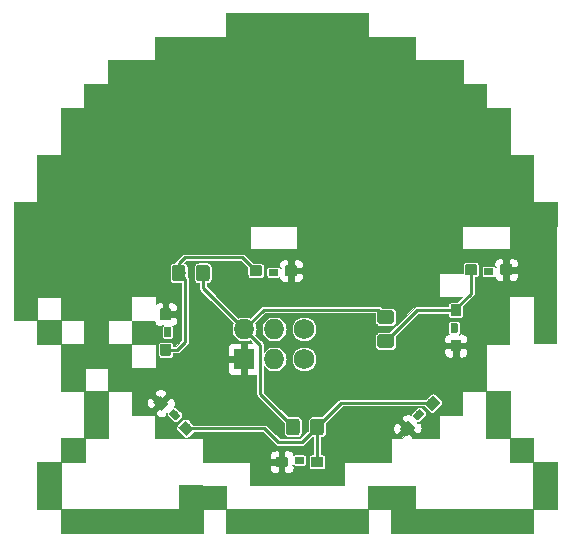
<source format=gbr>
G04 #@! TF.GenerationSoftware,KiCad,Pcbnew,5.1.2-f72e74a~84~ubuntu16.04.1*
G04 #@! TF.CreationDate,2019-07-01T21:57:51-07:00*
G04 #@! TF.ProjectId,Kirby_SAO,4b697262-795f-4534-914f-2e6b69636164,rev?*
G04 #@! TF.SameCoordinates,Original*
G04 #@! TF.FileFunction,Copper,L2,Bot*
G04 #@! TF.FilePolarity,Positive*
%FSLAX46Y46*%
G04 Gerber Fmt 4.6, Leading zero omitted, Abs format (unit mm)*
G04 Created by KiCad (PCBNEW 5.1.2-f72e74a~84~ubuntu16.04.1) date 2019-07-01 21:57:51*
%MOMM*%
%LPD*%
G04 APERTURE LIST*
%ADD10C,0.010000*%
%ADD11R,1.727200X1.727200*%
%ADD12O,1.727200X1.727200*%
%ADD13C,1.727200*%
%ADD14C,0.100000*%
%ADD15C,0.600000*%
%ADD16C,0.900000*%
%ADD17C,1.150000*%
%ADD18C,0.254000*%
%ADD19C,0.025400*%
G04 APERTURE END LIST*
D10*
G36*
X107027333Y-79997500D02*
G01*
X111027833Y-79997500D01*
X111027833Y-82008334D01*
X115028333Y-82008334D01*
X115028333Y-83998000D01*
X117018000Y-83998000D01*
X117018000Y-86008834D01*
X119028833Y-86008834D01*
X119028833Y-90009334D01*
X121018500Y-90009334D01*
X121018500Y-94009834D01*
X123008166Y-94009834D01*
X123008166Y-96020667D01*
X85023376Y-96020667D01*
X85031859Y-98121459D01*
X85032697Y-98376226D01*
X85033321Y-98669438D01*
X85033738Y-98997204D01*
X85033950Y-99355635D01*
X85033964Y-99740842D01*
X85033784Y-100148935D01*
X85033414Y-100576027D01*
X85032859Y-101018226D01*
X85032124Y-101471645D01*
X85031215Y-101932393D01*
X85030134Y-102396582D01*
X85028888Y-102860322D01*
X85027480Y-103319725D01*
X85025917Y-103770901D01*
X85024561Y-104122209D01*
X85008779Y-108022167D01*
X83024333Y-108022167D01*
X83024333Y-110011834D01*
X85014000Y-110011834D01*
X85014000Y-114012334D01*
X83024333Y-114012334D01*
X83024333Y-116023167D01*
X81013500Y-116023167D01*
X81013500Y-120002500D01*
X91004166Y-120002500D01*
X91004166Y-117991452D01*
X95015250Y-118002250D01*
X95020748Y-119002375D01*
X95026247Y-120002500D01*
X107006166Y-120002500D01*
X107006166Y-118012834D01*
X111027833Y-118012834D01*
X111027833Y-120002500D01*
X120997333Y-120002500D01*
X120997333Y-116023167D01*
X119007666Y-116023167D01*
X119007666Y-114012334D01*
X116996833Y-114012334D01*
X116996833Y-110011834D01*
X119028833Y-110011834D01*
X119028833Y-114012334D01*
X121018500Y-114012334D01*
X121018500Y-116002000D01*
X123008166Y-116002000D01*
X123008166Y-120023667D01*
X121018500Y-120023667D01*
X121018500Y-122013334D01*
X108995833Y-122013334D01*
X108995833Y-120023667D01*
X107027333Y-120023667D01*
X107027333Y-122013334D01*
X95004666Y-122013334D01*
X95004666Y-120023667D01*
X93015000Y-120023667D01*
X93015000Y-122013334D01*
X80992333Y-122013334D01*
X80992333Y-120023667D01*
X79002666Y-120023667D01*
X79002666Y-116002000D01*
X80992333Y-116002000D01*
X80992333Y-114012334D01*
X83003166Y-114012334D01*
X83003166Y-110011834D01*
X80992333Y-110011834D01*
X80992333Y-106011334D01*
X79002666Y-106011334D01*
X79002666Y-104021667D01*
X81013500Y-104021667D01*
X81013500Y-106011334D01*
X83003166Y-106011334D01*
X83003166Y-104021667D01*
X81013500Y-104021667D01*
X79002666Y-104021667D01*
X77013000Y-104021667D01*
X77013000Y-102010834D01*
X79023833Y-102010834D01*
X79023833Y-104000500D01*
X80992333Y-104000500D01*
X80992333Y-102010834D01*
X79023833Y-102010834D01*
X77013000Y-102010834D01*
X77013000Y-94009834D01*
X79002666Y-94009834D01*
X79002666Y-90009334D01*
X80992333Y-90009334D01*
X80992333Y-86008834D01*
X83003166Y-86008834D01*
X83003166Y-83998000D01*
X84992833Y-83998000D01*
X84992833Y-82008334D01*
X88993333Y-82008334D01*
X88993333Y-79997500D01*
X95004666Y-79997500D01*
X95004666Y-78007834D01*
X107027333Y-78007834D01*
X107027333Y-79997500D01*
X107027333Y-79997500D01*
G37*
X107027333Y-79997500D02*
X111027833Y-79997500D01*
X111027833Y-82008334D01*
X115028333Y-82008334D01*
X115028333Y-83998000D01*
X117018000Y-83998000D01*
X117018000Y-86008834D01*
X119028833Y-86008834D01*
X119028833Y-90009334D01*
X121018500Y-90009334D01*
X121018500Y-94009834D01*
X123008166Y-94009834D01*
X123008166Y-96020667D01*
X85023376Y-96020667D01*
X85031859Y-98121459D01*
X85032697Y-98376226D01*
X85033321Y-98669438D01*
X85033738Y-98997204D01*
X85033950Y-99355635D01*
X85033964Y-99740842D01*
X85033784Y-100148935D01*
X85033414Y-100576027D01*
X85032859Y-101018226D01*
X85032124Y-101471645D01*
X85031215Y-101932393D01*
X85030134Y-102396582D01*
X85028888Y-102860322D01*
X85027480Y-103319725D01*
X85025917Y-103770901D01*
X85024561Y-104122209D01*
X85008779Y-108022167D01*
X83024333Y-108022167D01*
X83024333Y-110011834D01*
X85014000Y-110011834D01*
X85014000Y-114012334D01*
X83024333Y-114012334D01*
X83024333Y-116023167D01*
X81013500Y-116023167D01*
X81013500Y-120002500D01*
X91004166Y-120002500D01*
X91004166Y-117991452D01*
X95015250Y-118002250D01*
X95020748Y-119002375D01*
X95026247Y-120002500D01*
X107006166Y-120002500D01*
X107006166Y-118012834D01*
X111027833Y-118012834D01*
X111027833Y-120002500D01*
X120997333Y-120002500D01*
X120997333Y-116023167D01*
X119007666Y-116023167D01*
X119007666Y-114012334D01*
X116996833Y-114012334D01*
X116996833Y-110011834D01*
X119028833Y-110011834D01*
X119028833Y-114012334D01*
X121018500Y-114012334D01*
X121018500Y-116002000D01*
X123008166Y-116002000D01*
X123008166Y-120023667D01*
X121018500Y-120023667D01*
X121018500Y-122013334D01*
X108995833Y-122013334D01*
X108995833Y-120023667D01*
X107027333Y-120023667D01*
X107027333Y-122013334D01*
X95004666Y-122013334D01*
X95004666Y-120023667D01*
X93015000Y-120023667D01*
X93015000Y-122013334D01*
X80992333Y-122013334D01*
X80992333Y-120023667D01*
X79002666Y-120023667D01*
X79002666Y-116002000D01*
X80992333Y-116002000D01*
X80992333Y-114012334D01*
X83003166Y-114012334D01*
X83003166Y-110011834D01*
X80992333Y-110011834D01*
X80992333Y-106011334D01*
X79002666Y-106011334D01*
X79002666Y-104021667D01*
X81013500Y-104021667D01*
X81013500Y-106011334D01*
X83003166Y-106011334D01*
X83003166Y-104021667D01*
X81013500Y-104021667D01*
X79002666Y-104021667D01*
X77013000Y-104021667D01*
X77013000Y-102010834D01*
X79023833Y-102010834D01*
X79023833Y-104000500D01*
X80992333Y-104000500D01*
X80992333Y-102010834D01*
X79023833Y-102010834D01*
X77013000Y-102010834D01*
X77013000Y-94009834D01*
X79002666Y-94009834D01*
X79002666Y-90009334D01*
X80992333Y-90009334D01*
X80992333Y-86008834D01*
X83003166Y-86008834D01*
X83003166Y-83998000D01*
X84992833Y-83998000D01*
X84992833Y-82008334D01*
X88993333Y-82008334D01*
X88993333Y-79997500D01*
X95004666Y-79997500D01*
X95004666Y-78007834D01*
X107027333Y-78007834D01*
X107027333Y-79997500D01*
D11*
X96520000Y-107290000D03*
D12*
X96520000Y-104750000D03*
X99060000Y-107290000D03*
X99060000Y-104750000D03*
D13*
X101600000Y-107290000D03*
X101600000Y-104750000D03*
D14*
G36*
X99345881Y-99650289D02*
G01*
X99351705Y-99651153D01*
X99357417Y-99652584D01*
X99362961Y-99654567D01*
X99368284Y-99657085D01*
X99373334Y-99660112D01*
X99378064Y-99663619D01*
X99382426Y-99667574D01*
X99386381Y-99671936D01*
X99389888Y-99676666D01*
X99392915Y-99681716D01*
X99395433Y-99687039D01*
X99397416Y-99692583D01*
X99398847Y-99698295D01*
X99399711Y-99704119D01*
X99400000Y-99710000D01*
X99400000Y-100190000D01*
X99399711Y-100195881D01*
X99398847Y-100201705D01*
X99397416Y-100207417D01*
X99395433Y-100212961D01*
X99392915Y-100218284D01*
X99389888Y-100223334D01*
X99386381Y-100228064D01*
X99382426Y-100232426D01*
X99378064Y-100236381D01*
X99373334Y-100239888D01*
X99368284Y-100242915D01*
X99362961Y-100245433D01*
X99357417Y-100247416D01*
X99351705Y-100248847D01*
X99345881Y-100249711D01*
X99340000Y-100250000D01*
X98660000Y-100250000D01*
X98654119Y-100249711D01*
X98648295Y-100248847D01*
X98642583Y-100247416D01*
X98637039Y-100245433D01*
X98631716Y-100242915D01*
X98626666Y-100239888D01*
X98621936Y-100236381D01*
X98617574Y-100232426D01*
X98613619Y-100228064D01*
X98610112Y-100223334D01*
X98607085Y-100218284D01*
X98604567Y-100212961D01*
X98602584Y-100207417D01*
X98601153Y-100201705D01*
X98600289Y-100195881D01*
X98600000Y-100190000D01*
X98600000Y-99710000D01*
X98600289Y-99704119D01*
X98601153Y-99698295D01*
X98602584Y-99692583D01*
X98604567Y-99687039D01*
X98607085Y-99681716D01*
X98610112Y-99676666D01*
X98613619Y-99671936D01*
X98617574Y-99667574D01*
X98621936Y-99663619D01*
X98626666Y-99660112D01*
X98631716Y-99657085D01*
X98637039Y-99654567D01*
X98642583Y-99652584D01*
X98648295Y-99651153D01*
X98654119Y-99650289D01*
X98660000Y-99650000D01*
X99340000Y-99650000D01*
X99345881Y-99650289D01*
X99345881Y-99650289D01*
G37*
D15*
X99000000Y-99950000D03*
D14*
G36*
X97918822Y-99350433D02*
G01*
X97927558Y-99351729D01*
X97936126Y-99353875D01*
X97944442Y-99356851D01*
X97952426Y-99360627D01*
X97960001Y-99365168D01*
X97967095Y-99370429D01*
X97973640Y-99376360D01*
X97979571Y-99382905D01*
X97984832Y-99389999D01*
X97989373Y-99397574D01*
X97993149Y-99405558D01*
X97996125Y-99413874D01*
X97998271Y-99422442D01*
X97999567Y-99431178D01*
X98000000Y-99440000D01*
X98000000Y-100160000D01*
X97999567Y-100168822D01*
X97998271Y-100177558D01*
X97996125Y-100186126D01*
X97993149Y-100194442D01*
X97989373Y-100202426D01*
X97984832Y-100210001D01*
X97979571Y-100217095D01*
X97973640Y-100223640D01*
X97967095Y-100229571D01*
X97960001Y-100234832D01*
X97952426Y-100239373D01*
X97944442Y-100243149D01*
X97936126Y-100246125D01*
X97927558Y-100248271D01*
X97918822Y-100249567D01*
X97910000Y-100250000D01*
X97090000Y-100250000D01*
X97081178Y-100249567D01*
X97072442Y-100248271D01*
X97063874Y-100246125D01*
X97055558Y-100243149D01*
X97047574Y-100239373D01*
X97039999Y-100234832D01*
X97032905Y-100229571D01*
X97026360Y-100223640D01*
X97020429Y-100217095D01*
X97015168Y-100210001D01*
X97010627Y-100202426D01*
X97006851Y-100194442D01*
X97003875Y-100186126D01*
X97001729Y-100177558D01*
X97000433Y-100168822D01*
X97000000Y-100160000D01*
X97000000Y-99440000D01*
X97000433Y-99431178D01*
X97001729Y-99422442D01*
X97003875Y-99413874D01*
X97006851Y-99405558D01*
X97010627Y-99397574D01*
X97015168Y-99389999D01*
X97020429Y-99382905D01*
X97026360Y-99376360D01*
X97032905Y-99370429D01*
X97039999Y-99365168D01*
X97047574Y-99360627D01*
X97055558Y-99356851D01*
X97063874Y-99353875D01*
X97072442Y-99351729D01*
X97081178Y-99350433D01*
X97090000Y-99350000D01*
X97910000Y-99350000D01*
X97918822Y-99350433D01*
X97918822Y-99350433D01*
G37*
D16*
X97500000Y-99800000D03*
D14*
G36*
X100918822Y-99350433D02*
G01*
X100927558Y-99351729D01*
X100936126Y-99353875D01*
X100944442Y-99356851D01*
X100952426Y-99360627D01*
X100960001Y-99365168D01*
X100967095Y-99370429D01*
X100973640Y-99376360D01*
X100979571Y-99382905D01*
X100984832Y-99389999D01*
X100989373Y-99397574D01*
X100993149Y-99405558D01*
X100996125Y-99413874D01*
X100998271Y-99422442D01*
X100999567Y-99431178D01*
X101000000Y-99440000D01*
X101000000Y-100160000D01*
X100999567Y-100168822D01*
X100998271Y-100177558D01*
X100996125Y-100186126D01*
X100993149Y-100194442D01*
X100989373Y-100202426D01*
X100984832Y-100210001D01*
X100979571Y-100217095D01*
X100973640Y-100223640D01*
X100967095Y-100229571D01*
X100960001Y-100234832D01*
X100952426Y-100239373D01*
X100944442Y-100243149D01*
X100936126Y-100246125D01*
X100927558Y-100248271D01*
X100918822Y-100249567D01*
X100910000Y-100250000D01*
X100090000Y-100250000D01*
X100081178Y-100249567D01*
X100072442Y-100248271D01*
X100063874Y-100246125D01*
X100055558Y-100243149D01*
X100047574Y-100239373D01*
X100039999Y-100234832D01*
X100032905Y-100229571D01*
X100026360Y-100223640D01*
X100020429Y-100217095D01*
X100015168Y-100210001D01*
X100010627Y-100202426D01*
X100006851Y-100194442D01*
X100003875Y-100186126D01*
X100001729Y-100177558D01*
X100000433Y-100168822D01*
X100000000Y-100160000D01*
X100000000Y-99440000D01*
X100000433Y-99431178D01*
X100001729Y-99422442D01*
X100003875Y-99413874D01*
X100006851Y-99405558D01*
X100010627Y-99397574D01*
X100015168Y-99389999D01*
X100020429Y-99382905D01*
X100026360Y-99376360D01*
X100032905Y-99370429D01*
X100039999Y-99365168D01*
X100047574Y-99360627D01*
X100055558Y-99356851D01*
X100063874Y-99353875D01*
X100072442Y-99351729D01*
X100081178Y-99350433D01*
X100090000Y-99350000D01*
X100910000Y-99350000D01*
X100918822Y-99350433D01*
X100918822Y-99350433D01*
G37*
D16*
X100500000Y-99800000D03*
D14*
G36*
X90243822Y-103000433D02*
G01*
X90252558Y-103001729D01*
X90261126Y-103003875D01*
X90269442Y-103006851D01*
X90277426Y-103010627D01*
X90285001Y-103015168D01*
X90292095Y-103020429D01*
X90298640Y-103026360D01*
X90304571Y-103032905D01*
X90309832Y-103039999D01*
X90314373Y-103047574D01*
X90318149Y-103055558D01*
X90321125Y-103063874D01*
X90323271Y-103072442D01*
X90324567Y-103081178D01*
X90325000Y-103090000D01*
X90325000Y-103910000D01*
X90324567Y-103918822D01*
X90323271Y-103927558D01*
X90321125Y-103936126D01*
X90318149Y-103944442D01*
X90314373Y-103952426D01*
X90309832Y-103960001D01*
X90304571Y-103967095D01*
X90298640Y-103973640D01*
X90292095Y-103979571D01*
X90285001Y-103984832D01*
X90277426Y-103989373D01*
X90269442Y-103993149D01*
X90261126Y-103996125D01*
X90252558Y-103998271D01*
X90243822Y-103999567D01*
X90235000Y-104000000D01*
X89515000Y-104000000D01*
X89506178Y-103999567D01*
X89497442Y-103998271D01*
X89488874Y-103996125D01*
X89480558Y-103993149D01*
X89472574Y-103989373D01*
X89464999Y-103984832D01*
X89457905Y-103979571D01*
X89451360Y-103973640D01*
X89445429Y-103967095D01*
X89440168Y-103960001D01*
X89435627Y-103952426D01*
X89431851Y-103944442D01*
X89428875Y-103936126D01*
X89426729Y-103927558D01*
X89425433Y-103918822D01*
X89425000Y-103910000D01*
X89425000Y-103090000D01*
X89425433Y-103081178D01*
X89426729Y-103072442D01*
X89428875Y-103063874D01*
X89431851Y-103055558D01*
X89435627Y-103047574D01*
X89440168Y-103039999D01*
X89445429Y-103032905D01*
X89451360Y-103026360D01*
X89457905Y-103020429D01*
X89464999Y-103015168D01*
X89472574Y-103010627D01*
X89480558Y-103006851D01*
X89488874Y-103003875D01*
X89497442Y-103001729D01*
X89506178Y-103000433D01*
X89515000Y-103000000D01*
X90235000Y-103000000D01*
X90243822Y-103000433D01*
X90243822Y-103000433D01*
G37*
D16*
X89875000Y-103500000D03*
D14*
G36*
X90243822Y-106000433D02*
G01*
X90252558Y-106001729D01*
X90261126Y-106003875D01*
X90269442Y-106006851D01*
X90277426Y-106010627D01*
X90285001Y-106015168D01*
X90292095Y-106020429D01*
X90298640Y-106026360D01*
X90304571Y-106032905D01*
X90309832Y-106039999D01*
X90314373Y-106047574D01*
X90318149Y-106055558D01*
X90321125Y-106063874D01*
X90323271Y-106072442D01*
X90324567Y-106081178D01*
X90325000Y-106090000D01*
X90325000Y-106910000D01*
X90324567Y-106918822D01*
X90323271Y-106927558D01*
X90321125Y-106936126D01*
X90318149Y-106944442D01*
X90314373Y-106952426D01*
X90309832Y-106960001D01*
X90304571Y-106967095D01*
X90298640Y-106973640D01*
X90292095Y-106979571D01*
X90285001Y-106984832D01*
X90277426Y-106989373D01*
X90269442Y-106993149D01*
X90261126Y-106996125D01*
X90252558Y-106998271D01*
X90243822Y-106999567D01*
X90235000Y-107000000D01*
X89515000Y-107000000D01*
X89506178Y-106999567D01*
X89497442Y-106998271D01*
X89488874Y-106996125D01*
X89480558Y-106993149D01*
X89472574Y-106989373D01*
X89464999Y-106984832D01*
X89457905Y-106979571D01*
X89451360Y-106973640D01*
X89445429Y-106967095D01*
X89440168Y-106960001D01*
X89435627Y-106952426D01*
X89431851Y-106944442D01*
X89428875Y-106936126D01*
X89426729Y-106927558D01*
X89425433Y-106918822D01*
X89425000Y-106910000D01*
X89425000Y-106090000D01*
X89425433Y-106081178D01*
X89426729Y-106072442D01*
X89428875Y-106063874D01*
X89431851Y-106055558D01*
X89435627Y-106047574D01*
X89440168Y-106039999D01*
X89445429Y-106032905D01*
X89451360Y-106026360D01*
X89457905Y-106020429D01*
X89464999Y-106015168D01*
X89472574Y-106010627D01*
X89480558Y-106006851D01*
X89488874Y-106003875D01*
X89497442Y-106001729D01*
X89506178Y-106000433D01*
X89515000Y-106000000D01*
X90235000Y-106000000D01*
X90243822Y-106000433D01*
X90243822Y-106000433D01*
G37*
D16*
X89875000Y-106500000D03*
D14*
G36*
X90270881Y-104600289D02*
G01*
X90276705Y-104601153D01*
X90282417Y-104602584D01*
X90287961Y-104604567D01*
X90293284Y-104607085D01*
X90298334Y-104610112D01*
X90303064Y-104613619D01*
X90307426Y-104617574D01*
X90311381Y-104621936D01*
X90314888Y-104626666D01*
X90317915Y-104631716D01*
X90320433Y-104637039D01*
X90322416Y-104642583D01*
X90323847Y-104648295D01*
X90324711Y-104654119D01*
X90325000Y-104660000D01*
X90325000Y-105340000D01*
X90324711Y-105345881D01*
X90323847Y-105351705D01*
X90322416Y-105357417D01*
X90320433Y-105362961D01*
X90317915Y-105368284D01*
X90314888Y-105373334D01*
X90311381Y-105378064D01*
X90307426Y-105382426D01*
X90303064Y-105386381D01*
X90298334Y-105389888D01*
X90293284Y-105392915D01*
X90287961Y-105395433D01*
X90282417Y-105397416D01*
X90276705Y-105398847D01*
X90270881Y-105399711D01*
X90265000Y-105400000D01*
X89785000Y-105400000D01*
X89779119Y-105399711D01*
X89773295Y-105398847D01*
X89767583Y-105397416D01*
X89762039Y-105395433D01*
X89756716Y-105392915D01*
X89751666Y-105389888D01*
X89746936Y-105386381D01*
X89742574Y-105382426D01*
X89738619Y-105378064D01*
X89735112Y-105373334D01*
X89732085Y-105368284D01*
X89729567Y-105362961D01*
X89727584Y-105357417D01*
X89726153Y-105351705D01*
X89725289Y-105345881D01*
X89725000Y-105340000D01*
X89725000Y-104660000D01*
X89725289Y-104654119D01*
X89726153Y-104648295D01*
X89727584Y-104642583D01*
X89729567Y-104637039D01*
X89732085Y-104631716D01*
X89735112Y-104626666D01*
X89738619Y-104621936D01*
X89742574Y-104617574D01*
X89746936Y-104613619D01*
X89751666Y-104610112D01*
X89756716Y-104607085D01*
X89762039Y-104604567D01*
X89767583Y-104602584D01*
X89773295Y-104601153D01*
X89779119Y-104600289D01*
X89785000Y-104600000D01*
X90265000Y-104600000D01*
X90270881Y-104600289D01*
X90270881Y-104600289D01*
G37*
D15*
X90025000Y-105000000D03*
D14*
G36*
X101545881Y-115550289D02*
G01*
X101551705Y-115551153D01*
X101557417Y-115552584D01*
X101562961Y-115554567D01*
X101568284Y-115557085D01*
X101573334Y-115560112D01*
X101578064Y-115563619D01*
X101582426Y-115567574D01*
X101586381Y-115571936D01*
X101589888Y-115576666D01*
X101592915Y-115581716D01*
X101595433Y-115587039D01*
X101597416Y-115592583D01*
X101598847Y-115598295D01*
X101599711Y-115604119D01*
X101600000Y-115610000D01*
X101600000Y-116090000D01*
X101599711Y-116095881D01*
X101598847Y-116101705D01*
X101597416Y-116107417D01*
X101595433Y-116112961D01*
X101592915Y-116118284D01*
X101589888Y-116123334D01*
X101586381Y-116128064D01*
X101582426Y-116132426D01*
X101578064Y-116136381D01*
X101573334Y-116139888D01*
X101568284Y-116142915D01*
X101562961Y-116145433D01*
X101557417Y-116147416D01*
X101551705Y-116148847D01*
X101545881Y-116149711D01*
X101540000Y-116150000D01*
X100860000Y-116150000D01*
X100854119Y-116149711D01*
X100848295Y-116148847D01*
X100842583Y-116147416D01*
X100837039Y-116145433D01*
X100831716Y-116142915D01*
X100826666Y-116139888D01*
X100821936Y-116136381D01*
X100817574Y-116132426D01*
X100813619Y-116128064D01*
X100810112Y-116123334D01*
X100807085Y-116118284D01*
X100804567Y-116112961D01*
X100802584Y-116107417D01*
X100801153Y-116101705D01*
X100800289Y-116095881D01*
X100800000Y-116090000D01*
X100800000Y-115610000D01*
X100800289Y-115604119D01*
X100801153Y-115598295D01*
X100802584Y-115592583D01*
X100804567Y-115587039D01*
X100807085Y-115581716D01*
X100810112Y-115576666D01*
X100813619Y-115571936D01*
X100817574Y-115567574D01*
X100821936Y-115563619D01*
X100826666Y-115560112D01*
X100831716Y-115557085D01*
X100837039Y-115554567D01*
X100842583Y-115552584D01*
X100848295Y-115551153D01*
X100854119Y-115550289D01*
X100860000Y-115550000D01*
X101540000Y-115550000D01*
X101545881Y-115550289D01*
X101545881Y-115550289D01*
G37*
D15*
X101200000Y-115850000D03*
D14*
G36*
X103118822Y-115550433D02*
G01*
X103127558Y-115551729D01*
X103136126Y-115553875D01*
X103144442Y-115556851D01*
X103152426Y-115560627D01*
X103160001Y-115565168D01*
X103167095Y-115570429D01*
X103173640Y-115576360D01*
X103179571Y-115582905D01*
X103184832Y-115589999D01*
X103189373Y-115597574D01*
X103193149Y-115605558D01*
X103196125Y-115613874D01*
X103198271Y-115622442D01*
X103199567Y-115631178D01*
X103200000Y-115640000D01*
X103200000Y-116360000D01*
X103199567Y-116368822D01*
X103198271Y-116377558D01*
X103196125Y-116386126D01*
X103193149Y-116394442D01*
X103189373Y-116402426D01*
X103184832Y-116410001D01*
X103179571Y-116417095D01*
X103173640Y-116423640D01*
X103167095Y-116429571D01*
X103160001Y-116434832D01*
X103152426Y-116439373D01*
X103144442Y-116443149D01*
X103136126Y-116446125D01*
X103127558Y-116448271D01*
X103118822Y-116449567D01*
X103110000Y-116450000D01*
X102290000Y-116450000D01*
X102281178Y-116449567D01*
X102272442Y-116448271D01*
X102263874Y-116446125D01*
X102255558Y-116443149D01*
X102247574Y-116439373D01*
X102239999Y-116434832D01*
X102232905Y-116429571D01*
X102226360Y-116423640D01*
X102220429Y-116417095D01*
X102215168Y-116410001D01*
X102210627Y-116402426D01*
X102206851Y-116394442D01*
X102203875Y-116386126D01*
X102201729Y-116377558D01*
X102200433Y-116368822D01*
X102200000Y-116360000D01*
X102200000Y-115640000D01*
X102200433Y-115631178D01*
X102201729Y-115622442D01*
X102203875Y-115613874D01*
X102206851Y-115605558D01*
X102210627Y-115597574D01*
X102215168Y-115589999D01*
X102220429Y-115582905D01*
X102226360Y-115576360D01*
X102232905Y-115570429D01*
X102239999Y-115565168D01*
X102247574Y-115560627D01*
X102255558Y-115556851D01*
X102263874Y-115553875D01*
X102272442Y-115551729D01*
X102281178Y-115550433D01*
X102290000Y-115550000D01*
X103110000Y-115550000D01*
X103118822Y-115550433D01*
X103118822Y-115550433D01*
G37*
D16*
X102700000Y-116000000D03*
D14*
G36*
X100118822Y-115550433D02*
G01*
X100127558Y-115551729D01*
X100136126Y-115553875D01*
X100144442Y-115556851D01*
X100152426Y-115560627D01*
X100160001Y-115565168D01*
X100167095Y-115570429D01*
X100173640Y-115576360D01*
X100179571Y-115582905D01*
X100184832Y-115589999D01*
X100189373Y-115597574D01*
X100193149Y-115605558D01*
X100196125Y-115613874D01*
X100198271Y-115622442D01*
X100199567Y-115631178D01*
X100200000Y-115640000D01*
X100200000Y-116360000D01*
X100199567Y-116368822D01*
X100198271Y-116377558D01*
X100196125Y-116386126D01*
X100193149Y-116394442D01*
X100189373Y-116402426D01*
X100184832Y-116410001D01*
X100179571Y-116417095D01*
X100173640Y-116423640D01*
X100167095Y-116429571D01*
X100160001Y-116434832D01*
X100152426Y-116439373D01*
X100144442Y-116443149D01*
X100136126Y-116446125D01*
X100127558Y-116448271D01*
X100118822Y-116449567D01*
X100110000Y-116450000D01*
X99290000Y-116450000D01*
X99281178Y-116449567D01*
X99272442Y-116448271D01*
X99263874Y-116446125D01*
X99255558Y-116443149D01*
X99247574Y-116439373D01*
X99239999Y-116434832D01*
X99232905Y-116429571D01*
X99226360Y-116423640D01*
X99220429Y-116417095D01*
X99215168Y-116410001D01*
X99210627Y-116402426D01*
X99206851Y-116394442D01*
X99203875Y-116386126D01*
X99201729Y-116377558D01*
X99200433Y-116368822D01*
X99200000Y-116360000D01*
X99200000Y-115640000D01*
X99200433Y-115631178D01*
X99201729Y-115622442D01*
X99203875Y-115613874D01*
X99206851Y-115605558D01*
X99210627Y-115597574D01*
X99215168Y-115589999D01*
X99220429Y-115582905D01*
X99226360Y-115576360D01*
X99232905Y-115570429D01*
X99239999Y-115565168D01*
X99247574Y-115560627D01*
X99255558Y-115556851D01*
X99263874Y-115553875D01*
X99272442Y-115551729D01*
X99281178Y-115550433D01*
X99290000Y-115550000D01*
X100110000Y-115550000D01*
X100118822Y-115550433D01*
X100118822Y-115550433D01*
G37*
D16*
X99700000Y-116000000D03*
D14*
G36*
X119143822Y-99275433D02*
G01*
X119152558Y-99276729D01*
X119161126Y-99278875D01*
X119169442Y-99281851D01*
X119177426Y-99285627D01*
X119185001Y-99290168D01*
X119192095Y-99295429D01*
X119198640Y-99301360D01*
X119204571Y-99307905D01*
X119209832Y-99314999D01*
X119214373Y-99322574D01*
X119218149Y-99330558D01*
X119221125Y-99338874D01*
X119223271Y-99347442D01*
X119224567Y-99356178D01*
X119225000Y-99365000D01*
X119225000Y-100085000D01*
X119224567Y-100093822D01*
X119223271Y-100102558D01*
X119221125Y-100111126D01*
X119218149Y-100119442D01*
X119214373Y-100127426D01*
X119209832Y-100135001D01*
X119204571Y-100142095D01*
X119198640Y-100148640D01*
X119192095Y-100154571D01*
X119185001Y-100159832D01*
X119177426Y-100164373D01*
X119169442Y-100168149D01*
X119161126Y-100171125D01*
X119152558Y-100173271D01*
X119143822Y-100174567D01*
X119135000Y-100175000D01*
X118315000Y-100175000D01*
X118306178Y-100174567D01*
X118297442Y-100173271D01*
X118288874Y-100171125D01*
X118280558Y-100168149D01*
X118272574Y-100164373D01*
X118264999Y-100159832D01*
X118257905Y-100154571D01*
X118251360Y-100148640D01*
X118245429Y-100142095D01*
X118240168Y-100135001D01*
X118235627Y-100127426D01*
X118231851Y-100119442D01*
X118228875Y-100111126D01*
X118226729Y-100102558D01*
X118225433Y-100093822D01*
X118225000Y-100085000D01*
X118225000Y-99365000D01*
X118225433Y-99356178D01*
X118226729Y-99347442D01*
X118228875Y-99338874D01*
X118231851Y-99330558D01*
X118235627Y-99322574D01*
X118240168Y-99314999D01*
X118245429Y-99307905D01*
X118251360Y-99301360D01*
X118257905Y-99295429D01*
X118264999Y-99290168D01*
X118272574Y-99285627D01*
X118280558Y-99281851D01*
X118288874Y-99278875D01*
X118297442Y-99276729D01*
X118306178Y-99275433D01*
X118315000Y-99275000D01*
X119135000Y-99275000D01*
X119143822Y-99275433D01*
X119143822Y-99275433D01*
G37*
D16*
X118725000Y-99725000D03*
D14*
G36*
X116143822Y-99275433D02*
G01*
X116152558Y-99276729D01*
X116161126Y-99278875D01*
X116169442Y-99281851D01*
X116177426Y-99285627D01*
X116185001Y-99290168D01*
X116192095Y-99295429D01*
X116198640Y-99301360D01*
X116204571Y-99307905D01*
X116209832Y-99314999D01*
X116214373Y-99322574D01*
X116218149Y-99330558D01*
X116221125Y-99338874D01*
X116223271Y-99347442D01*
X116224567Y-99356178D01*
X116225000Y-99365000D01*
X116225000Y-100085000D01*
X116224567Y-100093822D01*
X116223271Y-100102558D01*
X116221125Y-100111126D01*
X116218149Y-100119442D01*
X116214373Y-100127426D01*
X116209832Y-100135001D01*
X116204571Y-100142095D01*
X116198640Y-100148640D01*
X116192095Y-100154571D01*
X116185001Y-100159832D01*
X116177426Y-100164373D01*
X116169442Y-100168149D01*
X116161126Y-100171125D01*
X116152558Y-100173271D01*
X116143822Y-100174567D01*
X116135000Y-100175000D01*
X115315000Y-100175000D01*
X115306178Y-100174567D01*
X115297442Y-100173271D01*
X115288874Y-100171125D01*
X115280558Y-100168149D01*
X115272574Y-100164373D01*
X115264999Y-100159832D01*
X115257905Y-100154571D01*
X115251360Y-100148640D01*
X115245429Y-100142095D01*
X115240168Y-100135001D01*
X115235627Y-100127426D01*
X115231851Y-100119442D01*
X115228875Y-100111126D01*
X115226729Y-100102558D01*
X115225433Y-100093822D01*
X115225000Y-100085000D01*
X115225000Y-99365000D01*
X115225433Y-99356178D01*
X115226729Y-99347442D01*
X115228875Y-99338874D01*
X115231851Y-99330558D01*
X115235627Y-99322574D01*
X115240168Y-99314999D01*
X115245429Y-99307905D01*
X115251360Y-99301360D01*
X115257905Y-99295429D01*
X115264999Y-99290168D01*
X115272574Y-99285627D01*
X115280558Y-99281851D01*
X115288874Y-99278875D01*
X115297442Y-99276729D01*
X115306178Y-99275433D01*
X115315000Y-99275000D01*
X116135000Y-99275000D01*
X116143822Y-99275433D01*
X116143822Y-99275433D01*
G37*
D16*
X115725000Y-99725000D03*
D14*
G36*
X117570881Y-99575289D02*
G01*
X117576705Y-99576153D01*
X117582417Y-99577584D01*
X117587961Y-99579567D01*
X117593284Y-99582085D01*
X117598334Y-99585112D01*
X117603064Y-99588619D01*
X117607426Y-99592574D01*
X117611381Y-99596936D01*
X117614888Y-99601666D01*
X117617915Y-99606716D01*
X117620433Y-99612039D01*
X117622416Y-99617583D01*
X117623847Y-99623295D01*
X117624711Y-99629119D01*
X117625000Y-99635000D01*
X117625000Y-100115000D01*
X117624711Y-100120881D01*
X117623847Y-100126705D01*
X117622416Y-100132417D01*
X117620433Y-100137961D01*
X117617915Y-100143284D01*
X117614888Y-100148334D01*
X117611381Y-100153064D01*
X117607426Y-100157426D01*
X117603064Y-100161381D01*
X117598334Y-100164888D01*
X117593284Y-100167915D01*
X117587961Y-100170433D01*
X117582417Y-100172416D01*
X117576705Y-100173847D01*
X117570881Y-100174711D01*
X117565000Y-100175000D01*
X116885000Y-100175000D01*
X116879119Y-100174711D01*
X116873295Y-100173847D01*
X116867583Y-100172416D01*
X116862039Y-100170433D01*
X116856716Y-100167915D01*
X116851666Y-100164888D01*
X116846936Y-100161381D01*
X116842574Y-100157426D01*
X116838619Y-100153064D01*
X116835112Y-100148334D01*
X116832085Y-100143284D01*
X116829567Y-100137961D01*
X116827584Y-100132417D01*
X116826153Y-100126705D01*
X116825289Y-100120881D01*
X116825000Y-100115000D01*
X116825000Y-99635000D01*
X116825289Y-99629119D01*
X116826153Y-99623295D01*
X116827584Y-99617583D01*
X116829567Y-99612039D01*
X116832085Y-99606716D01*
X116835112Y-99601666D01*
X116838619Y-99596936D01*
X116842574Y-99592574D01*
X116846936Y-99588619D01*
X116851666Y-99585112D01*
X116856716Y-99582085D01*
X116862039Y-99579567D01*
X116867583Y-99577584D01*
X116873295Y-99576153D01*
X116879119Y-99575289D01*
X116885000Y-99575000D01*
X117565000Y-99575000D01*
X117570881Y-99575289D01*
X117570881Y-99575289D01*
G37*
D15*
X117225000Y-99875000D03*
D14*
G36*
X114545881Y-104250289D02*
G01*
X114551705Y-104251153D01*
X114557417Y-104252584D01*
X114562961Y-104254567D01*
X114568284Y-104257085D01*
X114573334Y-104260112D01*
X114578064Y-104263619D01*
X114582426Y-104267574D01*
X114586381Y-104271936D01*
X114589888Y-104276666D01*
X114592915Y-104281716D01*
X114595433Y-104287039D01*
X114597416Y-104292583D01*
X114598847Y-104298295D01*
X114599711Y-104304119D01*
X114600000Y-104310000D01*
X114600000Y-104990000D01*
X114599711Y-104995881D01*
X114598847Y-105001705D01*
X114597416Y-105007417D01*
X114595433Y-105012961D01*
X114592915Y-105018284D01*
X114589888Y-105023334D01*
X114586381Y-105028064D01*
X114582426Y-105032426D01*
X114578064Y-105036381D01*
X114573334Y-105039888D01*
X114568284Y-105042915D01*
X114562961Y-105045433D01*
X114557417Y-105047416D01*
X114551705Y-105048847D01*
X114545881Y-105049711D01*
X114540000Y-105050000D01*
X114060000Y-105050000D01*
X114054119Y-105049711D01*
X114048295Y-105048847D01*
X114042583Y-105047416D01*
X114037039Y-105045433D01*
X114031716Y-105042915D01*
X114026666Y-105039888D01*
X114021936Y-105036381D01*
X114017574Y-105032426D01*
X114013619Y-105028064D01*
X114010112Y-105023334D01*
X114007085Y-105018284D01*
X114004567Y-105012961D01*
X114002584Y-105007417D01*
X114001153Y-105001705D01*
X114000289Y-104995881D01*
X114000000Y-104990000D01*
X114000000Y-104310000D01*
X114000289Y-104304119D01*
X114001153Y-104298295D01*
X114002584Y-104292583D01*
X114004567Y-104287039D01*
X114007085Y-104281716D01*
X114010112Y-104276666D01*
X114013619Y-104271936D01*
X114017574Y-104267574D01*
X114021936Y-104263619D01*
X114026666Y-104260112D01*
X114031716Y-104257085D01*
X114037039Y-104254567D01*
X114042583Y-104252584D01*
X114048295Y-104251153D01*
X114054119Y-104250289D01*
X114060000Y-104250000D01*
X114540000Y-104250000D01*
X114545881Y-104250289D01*
X114545881Y-104250289D01*
G37*
D15*
X114300000Y-104650000D03*
D14*
G36*
X114818822Y-102650433D02*
G01*
X114827558Y-102651729D01*
X114836126Y-102653875D01*
X114844442Y-102656851D01*
X114852426Y-102660627D01*
X114860001Y-102665168D01*
X114867095Y-102670429D01*
X114873640Y-102676360D01*
X114879571Y-102682905D01*
X114884832Y-102689999D01*
X114889373Y-102697574D01*
X114893149Y-102705558D01*
X114896125Y-102713874D01*
X114898271Y-102722442D01*
X114899567Y-102731178D01*
X114900000Y-102740000D01*
X114900000Y-103560000D01*
X114899567Y-103568822D01*
X114898271Y-103577558D01*
X114896125Y-103586126D01*
X114893149Y-103594442D01*
X114889373Y-103602426D01*
X114884832Y-103610001D01*
X114879571Y-103617095D01*
X114873640Y-103623640D01*
X114867095Y-103629571D01*
X114860001Y-103634832D01*
X114852426Y-103639373D01*
X114844442Y-103643149D01*
X114836126Y-103646125D01*
X114827558Y-103648271D01*
X114818822Y-103649567D01*
X114810000Y-103650000D01*
X114090000Y-103650000D01*
X114081178Y-103649567D01*
X114072442Y-103648271D01*
X114063874Y-103646125D01*
X114055558Y-103643149D01*
X114047574Y-103639373D01*
X114039999Y-103634832D01*
X114032905Y-103629571D01*
X114026360Y-103623640D01*
X114020429Y-103617095D01*
X114015168Y-103610001D01*
X114010627Y-103602426D01*
X114006851Y-103594442D01*
X114003875Y-103586126D01*
X114001729Y-103577558D01*
X114000433Y-103568822D01*
X114000000Y-103560000D01*
X114000000Y-102740000D01*
X114000433Y-102731178D01*
X114001729Y-102722442D01*
X114003875Y-102713874D01*
X114006851Y-102705558D01*
X114010627Y-102697574D01*
X114015168Y-102689999D01*
X114020429Y-102682905D01*
X114026360Y-102676360D01*
X114032905Y-102670429D01*
X114039999Y-102665168D01*
X114047574Y-102660627D01*
X114055558Y-102656851D01*
X114063874Y-102653875D01*
X114072442Y-102651729D01*
X114081178Y-102650433D01*
X114090000Y-102650000D01*
X114810000Y-102650000D01*
X114818822Y-102650433D01*
X114818822Y-102650433D01*
G37*
D16*
X114450000Y-103150000D03*
D14*
G36*
X114818822Y-105650433D02*
G01*
X114827558Y-105651729D01*
X114836126Y-105653875D01*
X114844442Y-105656851D01*
X114852426Y-105660627D01*
X114860001Y-105665168D01*
X114867095Y-105670429D01*
X114873640Y-105676360D01*
X114879571Y-105682905D01*
X114884832Y-105689999D01*
X114889373Y-105697574D01*
X114893149Y-105705558D01*
X114896125Y-105713874D01*
X114898271Y-105722442D01*
X114899567Y-105731178D01*
X114900000Y-105740000D01*
X114900000Y-106560000D01*
X114899567Y-106568822D01*
X114898271Y-106577558D01*
X114896125Y-106586126D01*
X114893149Y-106594442D01*
X114889373Y-106602426D01*
X114884832Y-106610001D01*
X114879571Y-106617095D01*
X114873640Y-106623640D01*
X114867095Y-106629571D01*
X114860001Y-106634832D01*
X114852426Y-106639373D01*
X114844442Y-106643149D01*
X114836126Y-106646125D01*
X114827558Y-106648271D01*
X114818822Y-106649567D01*
X114810000Y-106650000D01*
X114090000Y-106650000D01*
X114081178Y-106649567D01*
X114072442Y-106648271D01*
X114063874Y-106646125D01*
X114055558Y-106643149D01*
X114047574Y-106639373D01*
X114039999Y-106634832D01*
X114032905Y-106629571D01*
X114026360Y-106623640D01*
X114020429Y-106617095D01*
X114015168Y-106610001D01*
X114010627Y-106602426D01*
X114006851Y-106594442D01*
X114003875Y-106586126D01*
X114001729Y-106577558D01*
X114000433Y-106568822D01*
X114000000Y-106560000D01*
X114000000Y-105740000D01*
X114000433Y-105731178D01*
X114001729Y-105722442D01*
X114003875Y-105713874D01*
X114006851Y-105705558D01*
X114010627Y-105697574D01*
X114015168Y-105689999D01*
X114020429Y-105682905D01*
X114026360Y-105676360D01*
X114032905Y-105670429D01*
X114039999Y-105665168D01*
X114047574Y-105660627D01*
X114055558Y-105656851D01*
X114063874Y-105653875D01*
X114072442Y-105651729D01*
X114081178Y-105650433D01*
X114090000Y-105650000D01*
X114810000Y-105650000D01*
X114818822Y-105650433D01*
X114818822Y-105650433D01*
G37*
D16*
X114450000Y-106150000D03*
D14*
G36*
X91324505Y-99301204D02*
G01*
X91348773Y-99304804D01*
X91372572Y-99310765D01*
X91395671Y-99319030D01*
X91417850Y-99329520D01*
X91438893Y-99342132D01*
X91458599Y-99356747D01*
X91476777Y-99373223D01*
X91493253Y-99391401D01*
X91507868Y-99411107D01*
X91520480Y-99432150D01*
X91530970Y-99454329D01*
X91539235Y-99477428D01*
X91545196Y-99501227D01*
X91548796Y-99525495D01*
X91550000Y-99549999D01*
X91550000Y-100450001D01*
X91548796Y-100474505D01*
X91545196Y-100498773D01*
X91539235Y-100522572D01*
X91530970Y-100545671D01*
X91520480Y-100567850D01*
X91507868Y-100588893D01*
X91493253Y-100608599D01*
X91476777Y-100626777D01*
X91458599Y-100643253D01*
X91438893Y-100657868D01*
X91417850Y-100670480D01*
X91395671Y-100680970D01*
X91372572Y-100689235D01*
X91348773Y-100695196D01*
X91324505Y-100698796D01*
X91300001Y-100700000D01*
X90649999Y-100700000D01*
X90625495Y-100698796D01*
X90601227Y-100695196D01*
X90577428Y-100689235D01*
X90554329Y-100680970D01*
X90532150Y-100670480D01*
X90511107Y-100657868D01*
X90491401Y-100643253D01*
X90473223Y-100626777D01*
X90456747Y-100608599D01*
X90442132Y-100588893D01*
X90429520Y-100567850D01*
X90419030Y-100545671D01*
X90410765Y-100522572D01*
X90404804Y-100498773D01*
X90401204Y-100474505D01*
X90400000Y-100450001D01*
X90400000Y-99549999D01*
X90401204Y-99525495D01*
X90404804Y-99501227D01*
X90410765Y-99477428D01*
X90419030Y-99454329D01*
X90429520Y-99432150D01*
X90442132Y-99411107D01*
X90456747Y-99391401D01*
X90473223Y-99373223D01*
X90491401Y-99356747D01*
X90511107Y-99342132D01*
X90532150Y-99329520D01*
X90554329Y-99319030D01*
X90577428Y-99310765D01*
X90601227Y-99304804D01*
X90625495Y-99301204D01*
X90649999Y-99300000D01*
X91300001Y-99300000D01*
X91324505Y-99301204D01*
X91324505Y-99301204D01*
G37*
D17*
X90975000Y-100000000D03*
D14*
G36*
X93374505Y-99301204D02*
G01*
X93398773Y-99304804D01*
X93422572Y-99310765D01*
X93445671Y-99319030D01*
X93467850Y-99329520D01*
X93488893Y-99342132D01*
X93508599Y-99356747D01*
X93526777Y-99373223D01*
X93543253Y-99391401D01*
X93557868Y-99411107D01*
X93570480Y-99432150D01*
X93580970Y-99454329D01*
X93589235Y-99477428D01*
X93595196Y-99501227D01*
X93598796Y-99525495D01*
X93600000Y-99549999D01*
X93600000Y-100450001D01*
X93598796Y-100474505D01*
X93595196Y-100498773D01*
X93589235Y-100522572D01*
X93580970Y-100545671D01*
X93570480Y-100567850D01*
X93557868Y-100588893D01*
X93543253Y-100608599D01*
X93526777Y-100626777D01*
X93508599Y-100643253D01*
X93488893Y-100657868D01*
X93467850Y-100670480D01*
X93445671Y-100680970D01*
X93422572Y-100689235D01*
X93398773Y-100695196D01*
X93374505Y-100698796D01*
X93350001Y-100700000D01*
X92699999Y-100700000D01*
X92675495Y-100698796D01*
X92651227Y-100695196D01*
X92627428Y-100689235D01*
X92604329Y-100680970D01*
X92582150Y-100670480D01*
X92561107Y-100657868D01*
X92541401Y-100643253D01*
X92523223Y-100626777D01*
X92506747Y-100608599D01*
X92492132Y-100588893D01*
X92479520Y-100567850D01*
X92469030Y-100545671D01*
X92460765Y-100522572D01*
X92454804Y-100498773D01*
X92451204Y-100474505D01*
X92450000Y-100450001D01*
X92450000Y-99549999D01*
X92451204Y-99525495D01*
X92454804Y-99501227D01*
X92460765Y-99477428D01*
X92469030Y-99454329D01*
X92479520Y-99432150D01*
X92492132Y-99411107D01*
X92506747Y-99391401D01*
X92523223Y-99373223D01*
X92541401Y-99356747D01*
X92561107Y-99342132D01*
X92582150Y-99329520D01*
X92604329Y-99319030D01*
X92627428Y-99310765D01*
X92651227Y-99304804D01*
X92675495Y-99301204D01*
X92699999Y-99300000D01*
X93350001Y-99300000D01*
X93374505Y-99301204D01*
X93374505Y-99301204D01*
G37*
D17*
X93025000Y-100000000D03*
D14*
G36*
X100999505Y-112326204D02*
G01*
X101023773Y-112329804D01*
X101047572Y-112335765D01*
X101070671Y-112344030D01*
X101092850Y-112354520D01*
X101113893Y-112367132D01*
X101133599Y-112381747D01*
X101151777Y-112398223D01*
X101168253Y-112416401D01*
X101182868Y-112436107D01*
X101195480Y-112457150D01*
X101205970Y-112479329D01*
X101214235Y-112502428D01*
X101220196Y-112526227D01*
X101223796Y-112550495D01*
X101225000Y-112574999D01*
X101225000Y-113475001D01*
X101223796Y-113499505D01*
X101220196Y-113523773D01*
X101214235Y-113547572D01*
X101205970Y-113570671D01*
X101195480Y-113592850D01*
X101182868Y-113613893D01*
X101168253Y-113633599D01*
X101151777Y-113651777D01*
X101133599Y-113668253D01*
X101113893Y-113682868D01*
X101092850Y-113695480D01*
X101070671Y-113705970D01*
X101047572Y-113714235D01*
X101023773Y-113720196D01*
X100999505Y-113723796D01*
X100975001Y-113725000D01*
X100324999Y-113725000D01*
X100300495Y-113723796D01*
X100276227Y-113720196D01*
X100252428Y-113714235D01*
X100229329Y-113705970D01*
X100207150Y-113695480D01*
X100186107Y-113682868D01*
X100166401Y-113668253D01*
X100148223Y-113651777D01*
X100131747Y-113633599D01*
X100117132Y-113613893D01*
X100104520Y-113592850D01*
X100094030Y-113570671D01*
X100085765Y-113547572D01*
X100079804Y-113523773D01*
X100076204Y-113499505D01*
X100075000Y-113475001D01*
X100075000Y-112574999D01*
X100076204Y-112550495D01*
X100079804Y-112526227D01*
X100085765Y-112502428D01*
X100094030Y-112479329D01*
X100104520Y-112457150D01*
X100117132Y-112436107D01*
X100131747Y-112416401D01*
X100148223Y-112398223D01*
X100166401Y-112381747D01*
X100186107Y-112367132D01*
X100207150Y-112354520D01*
X100229329Y-112344030D01*
X100252428Y-112335765D01*
X100276227Y-112329804D01*
X100300495Y-112326204D01*
X100324999Y-112325000D01*
X100975001Y-112325000D01*
X100999505Y-112326204D01*
X100999505Y-112326204D01*
G37*
D17*
X100650000Y-113025000D03*
D14*
G36*
X103049505Y-112326204D02*
G01*
X103073773Y-112329804D01*
X103097572Y-112335765D01*
X103120671Y-112344030D01*
X103142850Y-112354520D01*
X103163893Y-112367132D01*
X103183599Y-112381747D01*
X103201777Y-112398223D01*
X103218253Y-112416401D01*
X103232868Y-112436107D01*
X103245480Y-112457150D01*
X103255970Y-112479329D01*
X103264235Y-112502428D01*
X103270196Y-112526227D01*
X103273796Y-112550495D01*
X103275000Y-112574999D01*
X103275000Y-113475001D01*
X103273796Y-113499505D01*
X103270196Y-113523773D01*
X103264235Y-113547572D01*
X103255970Y-113570671D01*
X103245480Y-113592850D01*
X103232868Y-113613893D01*
X103218253Y-113633599D01*
X103201777Y-113651777D01*
X103183599Y-113668253D01*
X103163893Y-113682868D01*
X103142850Y-113695480D01*
X103120671Y-113705970D01*
X103097572Y-113714235D01*
X103073773Y-113720196D01*
X103049505Y-113723796D01*
X103025001Y-113725000D01*
X102374999Y-113725000D01*
X102350495Y-113723796D01*
X102326227Y-113720196D01*
X102302428Y-113714235D01*
X102279329Y-113705970D01*
X102257150Y-113695480D01*
X102236107Y-113682868D01*
X102216401Y-113668253D01*
X102198223Y-113651777D01*
X102181747Y-113633599D01*
X102167132Y-113613893D01*
X102154520Y-113592850D01*
X102144030Y-113570671D01*
X102135765Y-113547572D01*
X102129804Y-113523773D01*
X102126204Y-113499505D01*
X102125000Y-113475001D01*
X102125000Y-112574999D01*
X102126204Y-112550495D01*
X102129804Y-112526227D01*
X102135765Y-112502428D01*
X102144030Y-112479329D01*
X102154520Y-112457150D01*
X102167132Y-112436107D01*
X102181747Y-112416401D01*
X102198223Y-112398223D01*
X102216401Y-112381747D01*
X102236107Y-112367132D01*
X102257150Y-112354520D01*
X102279329Y-112344030D01*
X102302428Y-112335765D01*
X102326227Y-112329804D01*
X102350495Y-112326204D01*
X102374999Y-112325000D01*
X103025001Y-112325000D01*
X103049505Y-112326204D01*
X103049505Y-112326204D01*
G37*
D17*
X102700000Y-113025000D03*
D14*
G36*
X108974505Y-103151204D02*
G01*
X108998773Y-103154804D01*
X109022572Y-103160765D01*
X109045671Y-103169030D01*
X109067850Y-103179520D01*
X109088893Y-103192132D01*
X109108599Y-103206747D01*
X109126777Y-103223223D01*
X109143253Y-103241401D01*
X109157868Y-103261107D01*
X109170480Y-103282150D01*
X109180970Y-103304329D01*
X109189235Y-103327428D01*
X109195196Y-103351227D01*
X109198796Y-103375495D01*
X109200000Y-103399999D01*
X109200000Y-104050001D01*
X109198796Y-104074505D01*
X109195196Y-104098773D01*
X109189235Y-104122572D01*
X109180970Y-104145671D01*
X109170480Y-104167850D01*
X109157868Y-104188893D01*
X109143253Y-104208599D01*
X109126777Y-104226777D01*
X109108599Y-104243253D01*
X109088893Y-104257868D01*
X109067850Y-104270480D01*
X109045671Y-104280970D01*
X109022572Y-104289235D01*
X108998773Y-104295196D01*
X108974505Y-104298796D01*
X108950001Y-104300000D01*
X108049999Y-104300000D01*
X108025495Y-104298796D01*
X108001227Y-104295196D01*
X107977428Y-104289235D01*
X107954329Y-104280970D01*
X107932150Y-104270480D01*
X107911107Y-104257868D01*
X107891401Y-104243253D01*
X107873223Y-104226777D01*
X107856747Y-104208599D01*
X107842132Y-104188893D01*
X107829520Y-104167850D01*
X107819030Y-104145671D01*
X107810765Y-104122572D01*
X107804804Y-104098773D01*
X107801204Y-104074505D01*
X107800000Y-104050001D01*
X107800000Y-103399999D01*
X107801204Y-103375495D01*
X107804804Y-103351227D01*
X107810765Y-103327428D01*
X107819030Y-103304329D01*
X107829520Y-103282150D01*
X107842132Y-103261107D01*
X107856747Y-103241401D01*
X107873223Y-103223223D01*
X107891401Y-103206747D01*
X107911107Y-103192132D01*
X107932150Y-103179520D01*
X107954329Y-103169030D01*
X107977428Y-103160765D01*
X108001227Y-103154804D01*
X108025495Y-103151204D01*
X108049999Y-103150000D01*
X108950001Y-103150000D01*
X108974505Y-103151204D01*
X108974505Y-103151204D01*
G37*
D17*
X108500000Y-103725000D03*
D14*
G36*
X108974505Y-105201204D02*
G01*
X108998773Y-105204804D01*
X109022572Y-105210765D01*
X109045671Y-105219030D01*
X109067850Y-105229520D01*
X109088893Y-105242132D01*
X109108599Y-105256747D01*
X109126777Y-105273223D01*
X109143253Y-105291401D01*
X109157868Y-105311107D01*
X109170480Y-105332150D01*
X109180970Y-105354329D01*
X109189235Y-105377428D01*
X109195196Y-105401227D01*
X109198796Y-105425495D01*
X109200000Y-105449999D01*
X109200000Y-106100001D01*
X109198796Y-106124505D01*
X109195196Y-106148773D01*
X109189235Y-106172572D01*
X109180970Y-106195671D01*
X109170480Y-106217850D01*
X109157868Y-106238893D01*
X109143253Y-106258599D01*
X109126777Y-106276777D01*
X109108599Y-106293253D01*
X109088893Y-106307868D01*
X109067850Y-106320480D01*
X109045671Y-106330970D01*
X109022572Y-106339235D01*
X108998773Y-106345196D01*
X108974505Y-106348796D01*
X108950001Y-106350000D01*
X108049999Y-106350000D01*
X108025495Y-106348796D01*
X108001227Y-106345196D01*
X107977428Y-106339235D01*
X107954329Y-106330970D01*
X107932150Y-106320480D01*
X107911107Y-106307868D01*
X107891401Y-106293253D01*
X107873223Y-106276777D01*
X107856747Y-106258599D01*
X107842132Y-106238893D01*
X107829520Y-106217850D01*
X107819030Y-106195671D01*
X107810765Y-106172572D01*
X107804804Y-106148773D01*
X107801204Y-106124505D01*
X107800000Y-106100001D01*
X107800000Y-105449999D01*
X107801204Y-105425495D01*
X107804804Y-105401227D01*
X107810765Y-105377428D01*
X107819030Y-105354329D01*
X107829520Y-105332150D01*
X107842132Y-105311107D01*
X107856747Y-105291401D01*
X107873223Y-105273223D01*
X107891401Y-105256747D01*
X107911107Y-105242132D01*
X107932150Y-105229520D01*
X107954329Y-105219030D01*
X107977428Y-105210765D01*
X108001227Y-105204804D01*
X108025495Y-105201204D01*
X108049999Y-105200000D01*
X108950001Y-105200000D01*
X108974505Y-105201204D01*
X108974505Y-105201204D01*
G37*
D17*
X108500000Y-105775000D03*
D14*
G36*
X89448162Y-110394945D02*
G01*
X89456898Y-110396241D01*
X89465466Y-110398387D01*
X89473782Y-110401363D01*
X89481766Y-110405139D01*
X89489341Y-110409680D01*
X89496435Y-110414941D01*
X89502980Y-110420872D01*
X90082807Y-111000699D01*
X90088738Y-111007244D01*
X90093999Y-111014338D01*
X90098540Y-111021913D01*
X90102316Y-111029897D01*
X90105292Y-111038213D01*
X90107438Y-111046781D01*
X90108734Y-111055517D01*
X90109167Y-111064339D01*
X90108734Y-111073161D01*
X90107438Y-111081897D01*
X90105292Y-111090465D01*
X90102316Y-111098781D01*
X90098540Y-111106765D01*
X90093999Y-111114340D01*
X90088738Y-111121434D01*
X90082807Y-111127979D01*
X89573690Y-111637096D01*
X89567145Y-111643027D01*
X89560051Y-111648288D01*
X89552476Y-111652829D01*
X89544492Y-111656605D01*
X89536176Y-111659581D01*
X89527608Y-111661727D01*
X89518872Y-111663023D01*
X89510050Y-111663456D01*
X89501228Y-111663023D01*
X89492492Y-111661727D01*
X89483924Y-111659581D01*
X89475608Y-111656605D01*
X89467624Y-111652829D01*
X89460049Y-111648288D01*
X89452955Y-111643027D01*
X89446410Y-111637096D01*
X88866583Y-111057269D01*
X88860652Y-111050724D01*
X88855391Y-111043630D01*
X88850850Y-111036055D01*
X88847074Y-111028071D01*
X88844098Y-111019755D01*
X88841952Y-111011187D01*
X88840656Y-111002451D01*
X88840223Y-110993629D01*
X88840656Y-110984807D01*
X88841952Y-110976071D01*
X88844098Y-110967503D01*
X88847074Y-110959187D01*
X88850850Y-110951203D01*
X88855391Y-110943628D01*
X88860652Y-110936534D01*
X88866583Y-110929989D01*
X89375700Y-110420872D01*
X89382245Y-110414941D01*
X89389339Y-110409680D01*
X89396914Y-110405139D01*
X89404898Y-110401363D01*
X89413214Y-110398387D01*
X89421782Y-110396241D01*
X89430518Y-110394945D01*
X89439340Y-110394512D01*
X89448162Y-110394945D01*
X89448162Y-110394945D01*
G37*
D16*
X89474695Y-111028984D03*
D14*
G36*
X91569483Y-112516266D02*
G01*
X91578219Y-112517562D01*
X91586787Y-112519708D01*
X91595103Y-112522684D01*
X91603087Y-112526460D01*
X91610662Y-112531001D01*
X91617756Y-112536262D01*
X91624301Y-112542193D01*
X92204128Y-113122020D01*
X92210059Y-113128565D01*
X92215320Y-113135659D01*
X92219861Y-113143234D01*
X92223637Y-113151218D01*
X92226613Y-113159534D01*
X92228759Y-113168102D01*
X92230055Y-113176838D01*
X92230488Y-113185660D01*
X92230055Y-113194482D01*
X92228759Y-113203218D01*
X92226613Y-113211786D01*
X92223637Y-113220102D01*
X92219861Y-113228086D01*
X92215320Y-113235661D01*
X92210059Y-113242755D01*
X92204128Y-113249300D01*
X91695011Y-113758417D01*
X91688466Y-113764348D01*
X91681372Y-113769609D01*
X91673797Y-113774150D01*
X91665813Y-113777926D01*
X91657497Y-113780902D01*
X91648929Y-113783048D01*
X91640193Y-113784344D01*
X91631371Y-113784777D01*
X91622549Y-113784344D01*
X91613813Y-113783048D01*
X91605245Y-113780902D01*
X91596929Y-113777926D01*
X91588945Y-113774150D01*
X91581370Y-113769609D01*
X91574276Y-113764348D01*
X91567731Y-113758417D01*
X90987904Y-113178590D01*
X90981973Y-113172045D01*
X90976712Y-113164951D01*
X90972171Y-113157376D01*
X90968395Y-113149392D01*
X90965419Y-113141076D01*
X90963273Y-113132508D01*
X90961977Y-113123772D01*
X90961544Y-113114950D01*
X90961977Y-113106128D01*
X90963273Y-113097392D01*
X90965419Y-113088824D01*
X90968395Y-113080508D01*
X90972171Y-113072524D01*
X90976712Y-113064949D01*
X90981973Y-113057855D01*
X90987904Y-113051310D01*
X91497021Y-112542193D01*
X91503566Y-112536262D01*
X91510660Y-112531001D01*
X91518235Y-112526460D01*
X91526219Y-112522684D01*
X91534535Y-112519708D01*
X91543103Y-112517562D01*
X91551839Y-112516266D01*
X91560661Y-112515833D01*
X91569483Y-112516266D01*
X91569483Y-112516266D01*
G37*
D16*
X91596016Y-113150305D03*
D14*
G36*
X90576591Y-111513746D02*
G01*
X90582415Y-111514610D01*
X90588127Y-111516041D01*
X90593671Y-111518024D01*
X90598994Y-111520542D01*
X90604044Y-111523569D01*
X90608774Y-111527076D01*
X90613136Y-111531031D01*
X91093969Y-112011864D01*
X91097924Y-112016226D01*
X91101431Y-112020956D01*
X91104458Y-112026006D01*
X91106976Y-112031329D01*
X91108959Y-112036873D01*
X91110390Y-112042585D01*
X91111254Y-112048409D01*
X91111543Y-112054290D01*
X91111254Y-112060171D01*
X91110390Y-112065995D01*
X91108959Y-112071707D01*
X91106976Y-112077251D01*
X91104458Y-112082574D01*
X91101431Y-112087624D01*
X91097924Y-112092354D01*
X91093969Y-112096716D01*
X90754558Y-112436127D01*
X90750196Y-112440082D01*
X90745466Y-112443589D01*
X90740416Y-112446616D01*
X90735093Y-112449134D01*
X90729549Y-112451117D01*
X90723837Y-112452548D01*
X90718013Y-112453412D01*
X90712132Y-112453701D01*
X90706251Y-112453412D01*
X90700427Y-112452548D01*
X90694715Y-112451117D01*
X90689171Y-112449134D01*
X90683848Y-112446616D01*
X90678798Y-112443589D01*
X90674068Y-112440082D01*
X90669706Y-112436127D01*
X90188873Y-111955294D01*
X90184918Y-111950932D01*
X90181411Y-111946202D01*
X90178384Y-111941152D01*
X90175866Y-111935829D01*
X90173883Y-111930285D01*
X90172452Y-111924573D01*
X90171588Y-111918749D01*
X90171299Y-111912868D01*
X90171588Y-111906987D01*
X90172452Y-111901163D01*
X90173883Y-111895451D01*
X90175866Y-111889907D01*
X90178384Y-111884584D01*
X90181411Y-111879534D01*
X90184918Y-111874804D01*
X90188873Y-111870442D01*
X90528284Y-111531031D01*
X90532646Y-111527076D01*
X90537376Y-111523569D01*
X90542426Y-111520542D01*
X90547749Y-111518024D01*
X90553293Y-111516041D01*
X90559005Y-111514610D01*
X90564829Y-111513746D01*
X90570710Y-111513457D01*
X90576591Y-111513746D01*
X90576591Y-111513746D01*
G37*
D15*
X90641421Y-111983579D03*
D14*
G36*
X111385171Y-111513746D02*
G01*
X111390995Y-111514610D01*
X111396707Y-111516041D01*
X111402251Y-111518024D01*
X111407574Y-111520542D01*
X111412624Y-111523569D01*
X111417354Y-111527076D01*
X111421716Y-111531031D01*
X111761127Y-111870442D01*
X111765082Y-111874804D01*
X111768589Y-111879534D01*
X111771616Y-111884584D01*
X111774134Y-111889907D01*
X111776117Y-111895451D01*
X111777548Y-111901163D01*
X111778412Y-111906987D01*
X111778701Y-111912868D01*
X111778412Y-111918749D01*
X111777548Y-111924573D01*
X111776117Y-111930285D01*
X111774134Y-111935829D01*
X111771616Y-111941152D01*
X111768589Y-111946202D01*
X111765082Y-111950932D01*
X111761127Y-111955294D01*
X111280294Y-112436127D01*
X111275932Y-112440082D01*
X111271202Y-112443589D01*
X111266152Y-112446616D01*
X111260829Y-112449134D01*
X111255285Y-112451117D01*
X111249573Y-112452548D01*
X111243749Y-112453412D01*
X111237868Y-112453701D01*
X111231987Y-112453412D01*
X111226163Y-112452548D01*
X111220451Y-112451117D01*
X111214907Y-112449134D01*
X111209584Y-112446616D01*
X111204534Y-112443589D01*
X111199804Y-112440082D01*
X111195442Y-112436127D01*
X110856031Y-112096716D01*
X110852076Y-112092354D01*
X110848569Y-112087624D01*
X110845542Y-112082574D01*
X110843024Y-112077251D01*
X110841041Y-112071707D01*
X110839610Y-112065995D01*
X110838746Y-112060171D01*
X110838457Y-112054290D01*
X110838746Y-112048409D01*
X110839610Y-112042585D01*
X110841041Y-112036873D01*
X110843024Y-112031329D01*
X110845542Y-112026006D01*
X110848569Y-112020956D01*
X110852076Y-112016226D01*
X110856031Y-112011864D01*
X111336864Y-111531031D01*
X111341226Y-111527076D01*
X111345956Y-111523569D01*
X111351006Y-111520542D01*
X111356329Y-111518024D01*
X111361873Y-111516041D01*
X111367585Y-111514610D01*
X111373409Y-111513746D01*
X111379290Y-111513457D01*
X111385171Y-111513746D01*
X111385171Y-111513746D01*
G37*
D15*
X111308579Y-111983579D03*
D14*
G36*
X112519482Y-110394945D02*
G01*
X112528218Y-110396241D01*
X112536786Y-110398387D01*
X112545102Y-110401363D01*
X112553086Y-110405139D01*
X112560661Y-110409680D01*
X112567755Y-110414941D01*
X112574300Y-110420872D01*
X113083417Y-110929989D01*
X113089348Y-110936534D01*
X113094609Y-110943628D01*
X113099150Y-110951203D01*
X113102926Y-110959187D01*
X113105902Y-110967503D01*
X113108048Y-110976071D01*
X113109344Y-110984807D01*
X113109777Y-110993629D01*
X113109344Y-111002451D01*
X113108048Y-111011187D01*
X113105902Y-111019755D01*
X113102926Y-111028071D01*
X113099150Y-111036055D01*
X113094609Y-111043630D01*
X113089348Y-111050724D01*
X113083417Y-111057269D01*
X112503590Y-111637096D01*
X112497045Y-111643027D01*
X112489951Y-111648288D01*
X112482376Y-111652829D01*
X112474392Y-111656605D01*
X112466076Y-111659581D01*
X112457508Y-111661727D01*
X112448772Y-111663023D01*
X112439950Y-111663456D01*
X112431128Y-111663023D01*
X112422392Y-111661727D01*
X112413824Y-111659581D01*
X112405508Y-111656605D01*
X112397524Y-111652829D01*
X112389949Y-111648288D01*
X112382855Y-111643027D01*
X112376310Y-111637096D01*
X111867193Y-111127979D01*
X111861262Y-111121434D01*
X111856001Y-111114340D01*
X111851460Y-111106765D01*
X111847684Y-111098781D01*
X111844708Y-111090465D01*
X111842562Y-111081897D01*
X111841266Y-111073161D01*
X111840833Y-111064339D01*
X111841266Y-111055517D01*
X111842562Y-111046781D01*
X111844708Y-111038213D01*
X111847684Y-111029897D01*
X111851460Y-111021913D01*
X111856001Y-111014338D01*
X111861262Y-111007244D01*
X111867193Y-111000699D01*
X112447020Y-110420872D01*
X112453565Y-110414941D01*
X112460659Y-110409680D01*
X112468234Y-110405139D01*
X112476218Y-110401363D01*
X112484534Y-110398387D01*
X112493102Y-110396241D01*
X112501838Y-110394945D01*
X112510660Y-110394512D01*
X112519482Y-110394945D01*
X112519482Y-110394945D01*
G37*
D16*
X112475305Y-111028984D03*
D14*
G36*
X110398161Y-112516266D02*
G01*
X110406897Y-112517562D01*
X110415465Y-112519708D01*
X110423781Y-112522684D01*
X110431765Y-112526460D01*
X110439340Y-112531001D01*
X110446434Y-112536262D01*
X110452979Y-112542193D01*
X110962096Y-113051310D01*
X110968027Y-113057855D01*
X110973288Y-113064949D01*
X110977829Y-113072524D01*
X110981605Y-113080508D01*
X110984581Y-113088824D01*
X110986727Y-113097392D01*
X110988023Y-113106128D01*
X110988456Y-113114950D01*
X110988023Y-113123772D01*
X110986727Y-113132508D01*
X110984581Y-113141076D01*
X110981605Y-113149392D01*
X110977829Y-113157376D01*
X110973288Y-113164951D01*
X110968027Y-113172045D01*
X110962096Y-113178590D01*
X110382269Y-113758417D01*
X110375724Y-113764348D01*
X110368630Y-113769609D01*
X110361055Y-113774150D01*
X110353071Y-113777926D01*
X110344755Y-113780902D01*
X110336187Y-113783048D01*
X110327451Y-113784344D01*
X110318629Y-113784777D01*
X110309807Y-113784344D01*
X110301071Y-113783048D01*
X110292503Y-113780902D01*
X110284187Y-113777926D01*
X110276203Y-113774150D01*
X110268628Y-113769609D01*
X110261534Y-113764348D01*
X110254989Y-113758417D01*
X109745872Y-113249300D01*
X109739941Y-113242755D01*
X109734680Y-113235661D01*
X109730139Y-113228086D01*
X109726363Y-113220102D01*
X109723387Y-113211786D01*
X109721241Y-113203218D01*
X109719945Y-113194482D01*
X109719512Y-113185660D01*
X109719945Y-113176838D01*
X109721241Y-113168102D01*
X109723387Y-113159534D01*
X109726363Y-113151218D01*
X109730139Y-113143234D01*
X109734680Y-113135659D01*
X109739941Y-113128565D01*
X109745872Y-113122020D01*
X110325699Y-112542193D01*
X110332244Y-112536262D01*
X110339338Y-112531001D01*
X110346913Y-112526460D01*
X110354897Y-112522684D01*
X110363213Y-112519708D01*
X110371781Y-112517562D01*
X110380517Y-112516266D01*
X110389339Y-112515833D01*
X110398161Y-112516266D01*
X110398161Y-112516266D01*
G37*
D16*
X110353984Y-113150305D03*
D18*
X90975000Y-100000000D02*
X90975000Y-99200000D01*
X96985801Y-99285801D02*
X97500000Y-99800000D01*
X91500000Y-98675000D02*
X96375000Y-98675000D01*
X90975000Y-99200000D02*
X91500000Y-98675000D01*
X96375000Y-98675000D02*
X96985801Y-99285801D01*
X90850000Y-106500000D02*
X89800000Y-106500000D01*
X91525000Y-100550000D02*
X91525000Y-105825000D01*
X91525000Y-105825000D02*
X90850000Y-106500000D01*
X90975000Y-100000000D02*
X91525000Y-100550000D01*
X100026628Y-112401628D02*
X100650000Y-113025000D01*
X97891599Y-110266599D02*
X100026628Y-112401628D01*
X97891599Y-106121599D02*
X97891599Y-110266599D01*
X96520000Y-104750000D02*
X97891599Y-106121599D01*
X93025000Y-101255000D02*
X96520000Y-104750000D01*
X93025000Y-100000000D02*
X93025000Y-101255000D01*
X96520000Y-104750000D02*
X98170000Y-103100000D01*
X107875000Y-103100000D02*
X108500000Y-103725000D01*
X98170000Y-103100000D02*
X107875000Y-103100000D01*
X102700000Y-116000000D02*
X102700000Y-113025000D01*
X112525305Y-111400305D02*
X112525305Y-111403984D01*
X112100000Y-110975000D02*
X112525305Y-111400305D01*
X104750000Y-110975000D02*
X112100000Y-110975000D01*
X102700000Y-113025000D02*
X104750000Y-110975000D01*
X102076628Y-113648372D02*
X102700000Y-113025000D01*
X101400000Y-114325000D02*
X102076628Y-113648372D01*
X91525000Y-113150000D02*
X98250000Y-113150000D01*
X98250000Y-113150000D02*
X99425000Y-114325000D01*
X91475000Y-113100000D02*
X91525000Y-113150000D01*
X99425000Y-114325000D02*
X101400000Y-114325000D01*
X114331068Y-103150000D02*
X114000000Y-103150000D01*
X114000000Y-103150000D02*
X113450000Y-103150000D01*
X115725000Y-101756068D02*
X114331068Y-103150000D01*
X115725000Y-99725000D02*
X115725000Y-101756068D01*
X111125000Y-103150000D02*
X108500000Y-105775000D01*
X113450000Y-103150000D02*
X111125000Y-103150000D01*
D19*
G36*
X96987300Y-98000000D02*
G01*
X96987544Y-98002478D01*
X96988267Y-98004860D01*
X96989440Y-98007056D01*
X96991020Y-98008980D01*
X96992944Y-98010560D01*
X96995140Y-98011733D01*
X96997522Y-98012456D01*
X97000000Y-98012700D01*
X101000000Y-98012700D01*
X101002478Y-98012456D01*
X101004860Y-98011733D01*
X101007056Y-98010560D01*
X101008980Y-98008980D01*
X101010560Y-98007056D01*
X101011733Y-98004860D01*
X101012456Y-98002478D01*
X101012700Y-98000000D01*
X101012700Y-96012700D01*
X114987300Y-96012700D01*
X114987300Y-98000000D01*
X114987544Y-98002478D01*
X114988267Y-98004860D01*
X114989440Y-98007056D01*
X114991020Y-98008980D01*
X114992944Y-98010560D01*
X114995140Y-98011733D01*
X114997522Y-98012456D01*
X115000000Y-98012700D01*
X119000000Y-98012700D01*
X119002478Y-98012456D01*
X119004860Y-98011733D01*
X119007056Y-98010560D01*
X119008980Y-98008980D01*
X119010560Y-98007056D01*
X119011733Y-98004860D01*
X119012456Y-98002478D01*
X119012700Y-98000000D01*
X119012700Y-96012700D01*
X122894015Y-96012700D01*
X122894016Y-99994979D01*
X122894015Y-99994989D01*
X122894016Y-105917167D01*
X121037700Y-105917167D01*
X121037700Y-102000000D01*
X121037456Y-101997522D01*
X121036733Y-101995140D01*
X121035560Y-101992944D01*
X121033980Y-101991020D01*
X121032056Y-101989440D01*
X121029860Y-101988267D01*
X121027478Y-101987544D01*
X121025000Y-101987300D01*
X119000000Y-101987300D01*
X118997522Y-101987544D01*
X118995140Y-101988267D01*
X118992944Y-101989440D01*
X118991020Y-101991020D01*
X118989440Y-101992944D01*
X118988267Y-101995140D01*
X118987544Y-101997522D01*
X118987300Y-102000000D01*
X118987300Y-105987300D01*
X117000000Y-105987300D01*
X116997522Y-105987544D01*
X116995140Y-105988267D01*
X116992944Y-105989440D01*
X116991020Y-105991020D01*
X116989440Y-105992944D01*
X116988267Y-105995140D01*
X116987544Y-105997522D01*
X116987300Y-106000000D01*
X116987300Y-109987300D01*
X115000000Y-109987300D01*
X114997522Y-109987544D01*
X114995140Y-109988267D01*
X114992944Y-109989440D01*
X114991020Y-109991020D01*
X114989440Y-109992944D01*
X114988267Y-109995140D01*
X114987544Y-109997522D01*
X114987300Y-110000000D01*
X114987300Y-111987300D01*
X113000000Y-111987300D01*
X112997522Y-111987544D01*
X112995140Y-111988267D01*
X112992944Y-111989440D01*
X112991020Y-111991020D01*
X112989440Y-111992944D01*
X112988267Y-111995140D01*
X112987544Y-111997522D01*
X112987300Y-112000000D01*
X112987300Y-113987300D01*
X110777700Y-113987300D01*
X110777700Y-113915271D01*
X110353984Y-113491555D01*
X109894913Y-113950626D01*
X109894913Y-113987300D01*
X109000000Y-113987300D01*
X108997522Y-113987544D01*
X108995140Y-113988267D01*
X108992944Y-113989440D01*
X108991020Y-113991020D01*
X108989440Y-113992944D01*
X108988267Y-113995140D01*
X108987544Y-113997522D01*
X108987300Y-114000000D01*
X108987300Y-115987300D01*
X105000000Y-115987300D01*
X104997522Y-115987544D01*
X104995140Y-115988267D01*
X104992944Y-115989440D01*
X104991020Y-115991020D01*
X104989440Y-115992944D01*
X104988267Y-115995140D01*
X104987544Y-115997522D01*
X104987300Y-116000000D01*
X104987300Y-117987300D01*
X97012700Y-117987300D01*
X97012700Y-116450000D01*
X98676781Y-116450000D01*
X98686835Y-116552075D01*
X98716609Y-116650227D01*
X98764959Y-116740685D01*
X98830028Y-116819972D01*
X98909315Y-116885041D01*
X98999773Y-116933391D01*
X99097925Y-116963165D01*
X99200000Y-116973219D01*
X99328525Y-116970700D01*
X99458700Y-116840525D01*
X99458700Y-116241300D01*
X98809475Y-116241300D01*
X98679300Y-116371475D01*
X98676781Y-116450000D01*
X97012700Y-116450000D01*
X97012700Y-116000000D01*
X97012456Y-115997522D01*
X97011733Y-115995140D01*
X97010560Y-115992944D01*
X97008980Y-115991020D01*
X97007056Y-115989440D01*
X97004860Y-115988267D01*
X97002478Y-115987544D01*
X97000000Y-115987300D01*
X93012700Y-115987300D01*
X93012700Y-115550000D01*
X98676781Y-115550000D01*
X98679300Y-115628525D01*
X98809475Y-115758700D01*
X99458700Y-115758700D01*
X99458700Y-115159475D01*
X99941300Y-115159475D01*
X99941300Y-115758700D01*
X99961300Y-115758700D01*
X99961300Y-116241300D01*
X99941300Y-116241300D01*
X99941300Y-116840525D01*
X100071475Y-116970700D01*
X100200000Y-116973219D01*
X100302075Y-116963165D01*
X100400227Y-116933391D01*
X100490685Y-116885041D01*
X100569972Y-116819972D01*
X100635041Y-116740685D01*
X100683391Y-116650227D01*
X100713165Y-116552075D01*
X100723219Y-116450000D01*
X100720700Y-116371475D01*
X100590527Y-116241302D01*
X100660488Y-116241302D01*
X100682219Y-116267781D01*
X100720318Y-116299049D01*
X100763785Y-116322283D01*
X100810950Y-116336590D01*
X100860000Y-116341421D01*
X101540000Y-116341421D01*
X101589050Y-116336590D01*
X101636215Y-116322283D01*
X101679682Y-116299049D01*
X101717781Y-116267781D01*
X101749049Y-116229682D01*
X101772283Y-116186215D01*
X101786590Y-116139050D01*
X101791421Y-116090000D01*
X101791421Y-115610000D01*
X101786590Y-115560950D01*
X101772283Y-115513785D01*
X101749049Y-115470318D01*
X101717781Y-115432219D01*
X101679682Y-115400951D01*
X101636215Y-115377717D01*
X101589050Y-115363410D01*
X101540000Y-115358579D01*
X100860000Y-115358579D01*
X100810950Y-115363410D01*
X100763785Y-115377717D01*
X100720318Y-115400951D01*
X100703182Y-115415015D01*
X100683391Y-115349773D01*
X100635041Y-115259315D01*
X100569972Y-115180028D01*
X100490685Y-115114959D01*
X100400227Y-115066609D01*
X100302075Y-115036835D01*
X100200000Y-115026781D01*
X100071475Y-115029300D01*
X99941300Y-115159475D01*
X99458700Y-115159475D01*
X99328525Y-115029300D01*
X99200000Y-115026781D01*
X99097925Y-115036835D01*
X98999773Y-115066609D01*
X98909315Y-115114959D01*
X98830028Y-115180028D01*
X98764959Y-115259315D01*
X98716609Y-115349773D01*
X98686835Y-115447925D01*
X98676781Y-115550000D01*
X93012700Y-115550000D01*
X93012700Y-114000000D01*
X93012456Y-113997522D01*
X93011733Y-113995140D01*
X93010560Y-113992944D01*
X93008980Y-113991020D01*
X93007056Y-113989440D01*
X93004860Y-113988267D01*
X93002478Y-113987544D01*
X93000000Y-113987300D01*
X89012700Y-113987300D01*
X89012700Y-113114950D01*
X90770123Y-113114950D01*
X90775530Y-113169853D01*
X90791545Y-113222645D01*
X90817551Y-113271299D01*
X90852549Y-113313945D01*
X91432376Y-113893772D01*
X91475022Y-113928770D01*
X91523676Y-113954776D01*
X91576468Y-113970791D01*
X91631371Y-113976198D01*
X91686274Y-113970791D01*
X91739066Y-113954776D01*
X91787720Y-113928770D01*
X91830366Y-113893772D01*
X92256638Y-113467500D01*
X98118488Y-113467500D01*
X99189463Y-114538476D01*
X99199407Y-114550593D01*
X99247752Y-114590268D01*
X99247753Y-114590269D01*
X99302910Y-114619751D01*
X99362759Y-114637906D01*
X99425000Y-114644036D01*
X99440596Y-114642500D01*
X101384404Y-114642500D01*
X101400000Y-114644036D01*
X101415596Y-114642500D01*
X101462241Y-114637906D01*
X101522090Y-114619751D01*
X101577247Y-114590269D01*
X101625593Y-114550593D01*
X101635542Y-114538470D01*
X102271382Y-113902631D01*
X102288882Y-113907939D01*
X102374999Y-113916421D01*
X102382501Y-113916421D01*
X102382500Y-115358579D01*
X102290000Y-115358579D01*
X102235097Y-115363986D01*
X102182305Y-115380001D01*
X102133651Y-115406007D01*
X102091005Y-115441005D01*
X102056007Y-115483651D01*
X102030001Y-115532305D01*
X102013986Y-115585097D01*
X102008579Y-115640000D01*
X102008579Y-116360000D01*
X102013986Y-116414903D01*
X102030001Y-116467695D01*
X102056007Y-116516349D01*
X102091005Y-116558995D01*
X102133651Y-116593993D01*
X102182305Y-116619999D01*
X102235097Y-116636014D01*
X102290000Y-116641421D01*
X103110000Y-116641421D01*
X103164903Y-116636014D01*
X103217695Y-116619999D01*
X103266349Y-116593993D01*
X103308995Y-116558995D01*
X103343993Y-116516349D01*
X103369999Y-116467695D01*
X103386014Y-116414903D01*
X103391421Y-116360000D01*
X103391421Y-115640000D01*
X103386014Y-115585097D01*
X103369999Y-115532305D01*
X103343993Y-115483651D01*
X103308995Y-115441005D01*
X103266349Y-115406007D01*
X103217695Y-115380001D01*
X103164903Y-115363986D01*
X103110000Y-115358579D01*
X103017500Y-115358579D01*
X103017500Y-113916421D01*
X103025001Y-113916421D01*
X103111118Y-113907939D01*
X103193925Y-113882820D01*
X103270241Y-113842028D01*
X103337132Y-113787132D01*
X103392028Y-113720241D01*
X103432820Y-113643925D01*
X103457939Y-113561118D01*
X103466421Y-113475001D01*
X103466421Y-113185660D01*
X109159013Y-113185660D01*
X109169067Y-113287735D01*
X109198842Y-113385888D01*
X109247192Y-113476345D01*
X109312261Y-113555632D01*
X109369568Y-113609376D01*
X109553663Y-113609376D01*
X110012734Y-113150305D01*
X109589018Y-112726589D01*
X109404923Y-112726589D01*
X109312261Y-112815689D01*
X109247192Y-112894976D01*
X109198842Y-112985433D01*
X109169067Y-113083585D01*
X109159013Y-113185660D01*
X103466421Y-113185660D01*
X103466421Y-112707591D01*
X103972768Y-112201244D01*
X109930268Y-112201244D01*
X109930268Y-112385339D01*
X110353984Y-112809055D01*
X110368126Y-112794913D01*
X110709376Y-113136163D01*
X110695234Y-113150305D01*
X111118950Y-113574021D01*
X111303045Y-113574021D01*
X111395707Y-113484921D01*
X111460776Y-113405634D01*
X111509126Y-113315177D01*
X111538901Y-113217025D01*
X111548955Y-113114950D01*
X111538901Y-113012875D01*
X111509126Y-112914722D01*
X111460776Y-112824265D01*
X111395707Y-112744978D01*
X111338400Y-112691234D01*
X111154307Y-112691234D01*
X111203777Y-112641764D01*
X111237868Y-112645122D01*
X111286918Y-112640291D01*
X111334083Y-112625984D01*
X111377550Y-112602750D01*
X111415649Y-112571482D01*
X111896482Y-112090649D01*
X111927750Y-112052550D01*
X111950984Y-112009083D01*
X111965291Y-111961918D01*
X111970122Y-111912868D01*
X111965291Y-111863818D01*
X111950984Y-111816653D01*
X111927750Y-111773186D01*
X111896482Y-111735087D01*
X111557071Y-111395676D01*
X111518972Y-111364408D01*
X111475505Y-111341174D01*
X111428340Y-111326867D01*
X111379290Y-111322036D01*
X111330240Y-111326867D01*
X111283075Y-111341174D01*
X111239608Y-111364408D01*
X111201509Y-111395676D01*
X110720676Y-111876509D01*
X110689408Y-111914608D01*
X110666174Y-111958075D01*
X110651867Y-112005240D01*
X110649694Y-112027301D01*
X110589567Y-111995163D01*
X110491414Y-111965388D01*
X110389339Y-111955334D01*
X110287264Y-111965388D01*
X110189112Y-111995163D01*
X110098655Y-112043513D01*
X110019368Y-112108582D01*
X109930268Y-112201244D01*
X103972768Y-112201244D01*
X104881513Y-111292500D01*
X111761004Y-111292500D01*
X112240955Y-111772451D01*
X112283601Y-111807449D01*
X112332255Y-111833455D01*
X112385047Y-111849470D01*
X112439950Y-111854877D01*
X112494853Y-111849470D01*
X112547645Y-111833455D01*
X112596299Y-111807449D01*
X112638945Y-111772451D01*
X113218772Y-111192624D01*
X113253770Y-111149978D01*
X113279776Y-111101324D01*
X113295791Y-111048532D01*
X113301198Y-110993629D01*
X113295791Y-110938726D01*
X113279776Y-110885934D01*
X113253770Y-110837280D01*
X113218772Y-110794634D01*
X112709655Y-110285517D01*
X112667009Y-110250519D01*
X112618355Y-110224513D01*
X112565563Y-110208498D01*
X112510660Y-110203091D01*
X112455757Y-110208498D01*
X112402965Y-110224513D01*
X112354311Y-110250519D01*
X112311665Y-110285517D01*
X111939682Y-110657500D01*
X104765596Y-110657500D01*
X104750000Y-110655964D01*
X104734404Y-110657500D01*
X104687759Y-110662094D01*
X104627910Y-110680249D01*
X104572753Y-110709731D01*
X104524407Y-110749407D01*
X104514463Y-110761524D01*
X103128618Y-112147370D01*
X103111118Y-112142061D01*
X103025001Y-112133579D01*
X102374999Y-112133579D01*
X102288882Y-112142061D01*
X102206075Y-112167180D01*
X102129759Y-112207972D01*
X102062868Y-112262868D01*
X102007972Y-112329759D01*
X101967180Y-112406075D01*
X101942061Y-112488882D01*
X101933579Y-112574999D01*
X101933579Y-113342409D01*
X101863154Y-113412834D01*
X101863149Y-113412838D01*
X101268488Y-114007500D01*
X99556513Y-114007500D01*
X98485542Y-112936530D01*
X98475593Y-112924407D01*
X98427247Y-112884731D01*
X98372090Y-112855249D01*
X98312241Y-112837094D01*
X98265596Y-112832500D01*
X98250000Y-112830964D01*
X98234404Y-112832500D01*
X92185318Y-112832500D01*
X91759656Y-112406838D01*
X91717010Y-112371840D01*
X91668356Y-112345834D01*
X91615564Y-112329819D01*
X91560661Y-112324412D01*
X91505758Y-112329819D01*
X91452966Y-112345834D01*
X91404312Y-112371840D01*
X91361666Y-112406838D01*
X90852549Y-112915955D01*
X90817551Y-112958601D01*
X90791545Y-113007255D01*
X90775530Y-113060047D01*
X90770123Y-113114950D01*
X89012700Y-113114950D01*
X89012700Y-112000000D01*
X89012456Y-111997522D01*
X89011733Y-111995140D01*
X89010560Y-111992944D01*
X89008980Y-111991020D01*
X89007056Y-111989440D01*
X89004860Y-111988267D01*
X89002478Y-111987544D01*
X89000000Y-111987300D01*
X87012700Y-111987300D01*
X87012700Y-111793950D01*
X89050979Y-111793950D01*
X89050979Y-111978045D01*
X89140079Y-112070707D01*
X89219366Y-112135776D01*
X89309823Y-112184126D01*
X89407975Y-112213901D01*
X89510050Y-112223955D01*
X89612125Y-112213901D01*
X89710278Y-112184126D01*
X89800735Y-112135776D01*
X89880022Y-112070707D01*
X89933766Y-112013400D01*
X89933766Y-111829307D01*
X89983236Y-111878777D01*
X89979878Y-111912868D01*
X89984709Y-111961918D01*
X89999016Y-112009083D01*
X90022250Y-112052550D01*
X90053518Y-112090649D01*
X90534351Y-112571482D01*
X90572450Y-112602750D01*
X90615917Y-112625984D01*
X90663082Y-112640291D01*
X90712132Y-112645122D01*
X90761182Y-112640291D01*
X90808347Y-112625984D01*
X90851814Y-112602750D01*
X90889913Y-112571482D01*
X91229324Y-112232071D01*
X91260592Y-112193972D01*
X91283826Y-112150505D01*
X91298133Y-112103340D01*
X91302964Y-112054290D01*
X91298133Y-112005240D01*
X91283826Y-111958075D01*
X91260592Y-111914608D01*
X91229324Y-111876509D01*
X90748491Y-111395676D01*
X90710392Y-111364408D01*
X90666925Y-111341174D01*
X90619760Y-111326867D01*
X90597699Y-111324694D01*
X90629837Y-111264567D01*
X90659612Y-111166414D01*
X90669666Y-111064339D01*
X90659612Y-110962264D01*
X90629837Y-110864112D01*
X90581487Y-110773655D01*
X90516418Y-110694368D01*
X90423756Y-110605268D01*
X90239661Y-110605268D01*
X89815945Y-111028984D01*
X89830087Y-111043126D01*
X89488837Y-111384376D01*
X89474695Y-111370234D01*
X89050979Y-111793950D01*
X87012700Y-111793950D01*
X87012700Y-110993629D01*
X88279724Y-110993629D01*
X88289778Y-111095704D01*
X88319553Y-111193856D01*
X88367903Y-111284313D01*
X88432972Y-111363600D01*
X88525634Y-111452700D01*
X88709729Y-111452700D01*
X89133445Y-111028984D01*
X88674374Y-110569913D01*
X88490279Y-110569913D01*
X88432972Y-110623657D01*
X88367903Y-110702944D01*
X88319553Y-110793401D01*
X88289778Y-110891554D01*
X88279724Y-110993629D01*
X87012700Y-110993629D01*
X87012700Y-110044568D01*
X89015624Y-110044568D01*
X89015624Y-110228663D01*
X89474695Y-110687734D01*
X89898411Y-110264018D01*
X89898411Y-110079923D01*
X89809311Y-109987261D01*
X89730024Y-109922192D01*
X89639567Y-109873842D01*
X89541415Y-109844067D01*
X89439340Y-109834013D01*
X89337265Y-109844067D01*
X89239112Y-109873842D01*
X89148655Y-109922192D01*
X89069368Y-109987261D01*
X89015624Y-110044568D01*
X87012700Y-110044568D01*
X87012700Y-110000000D01*
X87012456Y-109997522D01*
X87011733Y-109995140D01*
X87010560Y-109992944D01*
X87008980Y-109991020D01*
X87007056Y-109989440D01*
X87004860Y-109988267D01*
X87002478Y-109987544D01*
X87000000Y-109987300D01*
X85012700Y-109987300D01*
X85012700Y-108153600D01*
X95133181Y-108153600D01*
X95143235Y-108255675D01*
X95173009Y-108353827D01*
X95221359Y-108444285D01*
X95286428Y-108523572D01*
X95365715Y-108588641D01*
X95456173Y-108636991D01*
X95554325Y-108666765D01*
X95656400Y-108676819D01*
X96148525Y-108674300D01*
X96278700Y-108544125D01*
X96278700Y-107531300D01*
X95265875Y-107531300D01*
X95135700Y-107661475D01*
X95133181Y-108153600D01*
X85012700Y-108153600D01*
X85012700Y-106037700D01*
X86987300Y-106037700D01*
X86987300Y-108020000D01*
X86987544Y-108022478D01*
X86988267Y-108024860D01*
X86989440Y-108027056D01*
X86991020Y-108028980D01*
X86992944Y-108030560D01*
X86995140Y-108031733D01*
X86997522Y-108032456D01*
X87000000Y-108032700D01*
X89020000Y-108032700D01*
X89022478Y-108032456D01*
X89024860Y-108031733D01*
X89027056Y-108030560D01*
X89028980Y-108028980D01*
X89030560Y-108027056D01*
X89031733Y-108024860D01*
X89032456Y-108022478D01*
X89032700Y-108020000D01*
X89032700Y-106090000D01*
X89233579Y-106090000D01*
X89233579Y-106910000D01*
X89238986Y-106964903D01*
X89255001Y-107017695D01*
X89281007Y-107066349D01*
X89316005Y-107108995D01*
X89358651Y-107143993D01*
X89407305Y-107169999D01*
X89460097Y-107186014D01*
X89515000Y-107191421D01*
X90235000Y-107191421D01*
X90289903Y-107186014D01*
X90342695Y-107169999D01*
X90391349Y-107143993D01*
X90433995Y-107108995D01*
X90468993Y-107066349D01*
X90494999Y-107017695D01*
X90511014Y-106964903D01*
X90516421Y-106910000D01*
X90516421Y-106817500D01*
X90834404Y-106817500D01*
X90850000Y-106819036D01*
X90865596Y-106817500D01*
X90912241Y-106812906D01*
X90972090Y-106794751D01*
X91027247Y-106765269D01*
X91075593Y-106725593D01*
X91085542Y-106713470D01*
X91372612Y-106426400D01*
X95133181Y-106426400D01*
X95135700Y-106918525D01*
X95265875Y-107048700D01*
X96278700Y-107048700D01*
X96278700Y-106035875D01*
X96148525Y-105905700D01*
X95656400Y-105903181D01*
X95554325Y-105913235D01*
X95456173Y-105943009D01*
X95365715Y-105991359D01*
X95286428Y-106056428D01*
X95221359Y-106135715D01*
X95173009Y-106226173D01*
X95143235Y-106324325D01*
X95133181Y-106426400D01*
X91372612Y-106426400D01*
X91738476Y-106060537D01*
X91750593Y-106050593D01*
X91790269Y-106002247D01*
X91819751Y-105947090D01*
X91837906Y-105887241D01*
X91842500Y-105840596D01*
X91842500Y-105840594D01*
X91844036Y-105825001D01*
X91842500Y-105809408D01*
X91842500Y-100565592D01*
X91844036Y-100549999D01*
X91842500Y-100534404D01*
X91837906Y-100487759D01*
X91819751Y-100427910D01*
X91790269Y-100372753D01*
X91750593Y-100324407D01*
X91741421Y-100316880D01*
X91741421Y-99549999D01*
X92258579Y-99549999D01*
X92258579Y-100450001D01*
X92267061Y-100536118D01*
X92292180Y-100618925D01*
X92332972Y-100695241D01*
X92387868Y-100762132D01*
X92454759Y-100817028D01*
X92531075Y-100857820D01*
X92613882Y-100882939D01*
X92699999Y-100891421D01*
X92707501Y-100891421D01*
X92707501Y-101239395D01*
X92705964Y-101255000D01*
X92712094Y-101317240D01*
X92730249Y-101377089D01*
X92730250Y-101377090D01*
X92759732Y-101432247D01*
X92799408Y-101480593D01*
X92811525Y-101490537D01*
X95584697Y-104263709D01*
X95541427Y-104344662D01*
X95481152Y-104543360D01*
X95460800Y-104750000D01*
X95481152Y-104956640D01*
X95541427Y-105155338D01*
X95639307Y-105338460D01*
X95771032Y-105498968D01*
X95931540Y-105630693D01*
X96114662Y-105728573D01*
X96313360Y-105788848D01*
X96468218Y-105804100D01*
X96571782Y-105804100D01*
X96726640Y-105788848D01*
X96925338Y-105728573D01*
X97006291Y-105685303D01*
X97224980Y-105903993D01*
X96891475Y-105905700D01*
X96761300Y-106035875D01*
X96761300Y-107048700D01*
X96781300Y-107048700D01*
X96781300Y-107531300D01*
X96761300Y-107531300D01*
X96761300Y-108544125D01*
X96891475Y-108674300D01*
X97383600Y-108676819D01*
X97485675Y-108666765D01*
X97574100Y-108639942D01*
X97574100Y-110250993D01*
X97572563Y-110266599D01*
X97578693Y-110328839D01*
X97596848Y-110388688D01*
X97596849Y-110388689D01*
X97626331Y-110443846D01*
X97666007Y-110492192D01*
X97678124Y-110502136D01*
X99813149Y-112637162D01*
X99813154Y-112637166D01*
X99883579Y-112707591D01*
X99883579Y-113475001D01*
X99892061Y-113561118D01*
X99917180Y-113643925D01*
X99957972Y-113720241D01*
X100012868Y-113787132D01*
X100079759Y-113842028D01*
X100156075Y-113882820D01*
X100238882Y-113907939D01*
X100324999Y-113916421D01*
X100975001Y-113916421D01*
X101061118Y-113907939D01*
X101143925Y-113882820D01*
X101220241Y-113842028D01*
X101287132Y-113787132D01*
X101342028Y-113720241D01*
X101382820Y-113643925D01*
X101407939Y-113561118D01*
X101416421Y-113475001D01*
X101416421Y-112574999D01*
X101407939Y-112488882D01*
X101382820Y-112406075D01*
X101342028Y-112329759D01*
X101287132Y-112262868D01*
X101220241Y-112207972D01*
X101143925Y-112167180D01*
X101061118Y-112142061D01*
X100975001Y-112133579D01*
X100324999Y-112133579D01*
X100238882Y-112142061D01*
X100221382Y-112147369D01*
X98209099Y-110135087D01*
X98209099Y-107914762D01*
X98311032Y-108038968D01*
X98471540Y-108170693D01*
X98654662Y-108268573D01*
X98853360Y-108328848D01*
X99008218Y-108344100D01*
X99111782Y-108344100D01*
X99266640Y-108328848D01*
X99465338Y-108268573D01*
X99648460Y-108170693D01*
X99808968Y-108038968D01*
X99940693Y-107878460D01*
X100038573Y-107695338D01*
X100098848Y-107496640D01*
X100119200Y-107290000D01*
X100108975Y-107186180D01*
X100545900Y-107186180D01*
X100545900Y-107393820D01*
X100586409Y-107597470D01*
X100665869Y-107789303D01*
X100781227Y-107961949D01*
X100928051Y-108108773D01*
X101100697Y-108224131D01*
X101292530Y-108303591D01*
X101496180Y-108344100D01*
X101703820Y-108344100D01*
X101907470Y-108303591D01*
X102099303Y-108224131D01*
X102271949Y-108108773D01*
X102418773Y-107961949D01*
X102534131Y-107789303D01*
X102613591Y-107597470D01*
X102654100Y-107393820D01*
X102654100Y-107186180D01*
X102613591Y-106982530D01*
X102534131Y-106790697D01*
X102440121Y-106650000D01*
X113476781Y-106650000D01*
X113486835Y-106752075D01*
X113516609Y-106850227D01*
X113564959Y-106940685D01*
X113630028Y-107019972D01*
X113709315Y-107085041D01*
X113799773Y-107133391D01*
X113897925Y-107163165D01*
X114000000Y-107173219D01*
X114078525Y-107170700D01*
X114208700Y-107040525D01*
X114208700Y-106391300D01*
X114691300Y-106391300D01*
X114691300Y-107040525D01*
X114821475Y-107170700D01*
X114900000Y-107173219D01*
X115002075Y-107163165D01*
X115100227Y-107133391D01*
X115190685Y-107085041D01*
X115269972Y-107019972D01*
X115335041Y-106940685D01*
X115383391Y-106850227D01*
X115413165Y-106752075D01*
X115423219Y-106650000D01*
X115420700Y-106521475D01*
X115290525Y-106391300D01*
X114691300Y-106391300D01*
X114208700Y-106391300D01*
X113609475Y-106391300D01*
X113479300Y-106521475D01*
X113476781Y-106650000D01*
X102440121Y-106650000D01*
X102418773Y-106618051D01*
X102271949Y-106471227D01*
X102099303Y-106355869D01*
X101907470Y-106276409D01*
X101703820Y-106235900D01*
X101496180Y-106235900D01*
X101292530Y-106276409D01*
X101100697Y-106355869D01*
X100928051Y-106471227D01*
X100781227Y-106618051D01*
X100665869Y-106790697D01*
X100586409Y-106982530D01*
X100545900Y-107186180D01*
X100108975Y-107186180D01*
X100098848Y-107083360D01*
X100038573Y-106884662D01*
X99940693Y-106701540D01*
X99808968Y-106541032D01*
X99648460Y-106409307D01*
X99465338Y-106311427D01*
X99266640Y-106251152D01*
X99111782Y-106235900D01*
X99008218Y-106235900D01*
X98853360Y-106251152D01*
X98654662Y-106311427D01*
X98471540Y-106409307D01*
X98311032Y-106541032D01*
X98209099Y-106665238D01*
X98209099Y-106137195D01*
X98210635Y-106121599D01*
X98204505Y-106059358D01*
X98186350Y-105999509D01*
X98156868Y-105944352D01*
X98144373Y-105929127D01*
X98117192Y-105896006D01*
X98105076Y-105886063D01*
X97455303Y-105236291D01*
X97498573Y-105155338D01*
X97558848Y-104956640D01*
X97579200Y-104750000D01*
X98000800Y-104750000D01*
X98021152Y-104956640D01*
X98081427Y-105155338D01*
X98179307Y-105338460D01*
X98311032Y-105498968D01*
X98471540Y-105630693D01*
X98654662Y-105728573D01*
X98853360Y-105788848D01*
X99008218Y-105804100D01*
X99111782Y-105804100D01*
X99266640Y-105788848D01*
X99465338Y-105728573D01*
X99648460Y-105630693D01*
X99808968Y-105498968D01*
X99940693Y-105338460D01*
X100038573Y-105155338D01*
X100098848Y-104956640D01*
X100119200Y-104750000D01*
X100108975Y-104646180D01*
X100545900Y-104646180D01*
X100545900Y-104853820D01*
X100586409Y-105057470D01*
X100665869Y-105249303D01*
X100781227Y-105421949D01*
X100928051Y-105568773D01*
X101100697Y-105684131D01*
X101292530Y-105763591D01*
X101496180Y-105804100D01*
X101703820Y-105804100D01*
X101907470Y-105763591D01*
X102099303Y-105684131D01*
X102271949Y-105568773D01*
X102390723Y-105449999D01*
X107608579Y-105449999D01*
X107608579Y-106100001D01*
X107617061Y-106186118D01*
X107642180Y-106268925D01*
X107682972Y-106345241D01*
X107737868Y-106412132D01*
X107804759Y-106467028D01*
X107881075Y-106507820D01*
X107963882Y-106532939D01*
X108049999Y-106541421D01*
X108950001Y-106541421D01*
X109036118Y-106532939D01*
X109118925Y-106507820D01*
X109195241Y-106467028D01*
X109262132Y-106412132D01*
X109317028Y-106345241D01*
X109357820Y-106268925D01*
X109382939Y-106186118D01*
X109391421Y-106100001D01*
X109391421Y-105650000D01*
X113476781Y-105650000D01*
X113479300Y-105778525D01*
X113609475Y-105908700D01*
X114208700Y-105908700D01*
X114208700Y-105888700D01*
X114691300Y-105888700D01*
X114691300Y-105908700D01*
X115290525Y-105908700D01*
X115420700Y-105778525D01*
X115423219Y-105650000D01*
X115413165Y-105547925D01*
X115383391Y-105449773D01*
X115335041Y-105359315D01*
X115269972Y-105280028D01*
X115190685Y-105214959D01*
X115100227Y-105166609D01*
X115002075Y-105136835D01*
X114900000Y-105126781D01*
X114821475Y-105129300D01*
X114691302Y-105259473D01*
X114691302Y-105189512D01*
X114717781Y-105167781D01*
X114749049Y-105129682D01*
X114772283Y-105086215D01*
X114786590Y-105039050D01*
X114791421Y-104990000D01*
X114791421Y-104310000D01*
X114786590Y-104260950D01*
X114772283Y-104213785D01*
X114749049Y-104170318D01*
X114717781Y-104132219D01*
X114679682Y-104100951D01*
X114636215Y-104077717D01*
X114589050Y-104063410D01*
X114540000Y-104058579D01*
X114060000Y-104058579D01*
X114010950Y-104063410D01*
X113963785Y-104077717D01*
X113920318Y-104100951D01*
X113882219Y-104132219D01*
X113850951Y-104170318D01*
X113827717Y-104213785D01*
X113813410Y-104260950D01*
X113808579Y-104310000D01*
X113808579Y-104990000D01*
X113813410Y-105039050D01*
X113827717Y-105086215D01*
X113850951Y-105129682D01*
X113865015Y-105146818D01*
X113799773Y-105166609D01*
X113709315Y-105214959D01*
X113630028Y-105280028D01*
X113564959Y-105359315D01*
X113516609Y-105449773D01*
X113486835Y-105547925D01*
X113476781Y-105650000D01*
X109391421Y-105650000D01*
X109391421Y-105449999D01*
X109382939Y-105363882D01*
X109377630Y-105346382D01*
X111256513Y-103467500D01*
X113808579Y-103467500D01*
X113808579Y-103560000D01*
X113813986Y-103614903D01*
X113830001Y-103667695D01*
X113856007Y-103716349D01*
X113891005Y-103758995D01*
X113933651Y-103793993D01*
X113982305Y-103819999D01*
X114035097Y-103836014D01*
X114090000Y-103841421D01*
X114810000Y-103841421D01*
X114864903Y-103836014D01*
X114917695Y-103819999D01*
X114966349Y-103793993D01*
X115008995Y-103758995D01*
X115043993Y-103716349D01*
X115069999Y-103667695D01*
X115086014Y-103614903D01*
X115091421Y-103560000D01*
X115091421Y-102838659D01*
X115938476Y-101991605D01*
X115950593Y-101981661D01*
X115990269Y-101933315D01*
X116019751Y-101878158D01*
X116037906Y-101818309D01*
X116044037Y-101756068D01*
X116042500Y-101740465D01*
X116042500Y-100366421D01*
X116135000Y-100366421D01*
X116189903Y-100361014D01*
X116242695Y-100344999D01*
X116291349Y-100318993D01*
X116333995Y-100283995D01*
X116368993Y-100241349D01*
X116394999Y-100192695D01*
X116411014Y-100139903D01*
X116416421Y-100085000D01*
X116416421Y-99635000D01*
X116633579Y-99635000D01*
X116633579Y-100115000D01*
X116638410Y-100164050D01*
X116652717Y-100211215D01*
X116675951Y-100254682D01*
X116707219Y-100292781D01*
X116745318Y-100324049D01*
X116788785Y-100347283D01*
X116835950Y-100361590D01*
X116885000Y-100366421D01*
X117565000Y-100366421D01*
X117614050Y-100361590D01*
X117661215Y-100347283D01*
X117704682Y-100324049D01*
X117721818Y-100309985D01*
X117741609Y-100375227D01*
X117789959Y-100465685D01*
X117855028Y-100544972D01*
X117934315Y-100610041D01*
X118024773Y-100658391D01*
X118122925Y-100688165D01*
X118225000Y-100698219D01*
X118353525Y-100695700D01*
X118483700Y-100565525D01*
X118483700Y-99966300D01*
X118966300Y-99966300D01*
X118966300Y-100565525D01*
X119096475Y-100695700D01*
X119225000Y-100698219D01*
X119327075Y-100688165D01*
X119425227Y-100658391D01*
X119515685Y-100610041D01*
X119594972Y-100544972D01*
X119660041Y-100465685D01*
X119708391Y-100375227D01*
X119738165Y-100277075D01*
X119748219Y-100175000D01*
X119745700Y-100096475D01*
X119615525Y-99966300D01*
X118966300Y-99966300D01*
X118483700Y-99966300D01*
X118463700Y-99966300D01*
X118463700Y-99483700D01*
X118483700Y-99483700D01*
X118483700Y-98884475D01*
X118966300Y-98884475D01*
X118966300Y-99483700D01*
X119615525Y-99483700D01*
X119745700Y-99353525D01*
X119748219Y-99275000D01*
X119738165Y-99172925D01*
X119708391Y-99074773D01*
X119660041Y-98984315D01*
X119594972Y-98905028D01*
X119515685Y-98839959D01*
X119425227Y-98791609D01*
X119327075Y-98761835D01*
X119225000Y-98751781D01*
X119096475Y-98754300D01*
X118966300Y-98884475D01*
X118483700Y-98884475D01*
X118353525Y-98754300D01*
X118225000Y-98751781D01*
X118122925Y-98761835D01*
X118024773Y-98791609D01*
X117934315Y-98839959D01*
X117855028Y-98905028D01*
X117789959Y-98984315D01*
X117741609Y-99074773D01*
X117711835Y-99172925D01*
X117701781Y-99275000D01*
X117704300Y-99353525D01*
X117834473Y-99483698D01*
X117764512Y-99483698D01*
X117742781Y-99457219D01*
X117704682Y-99425951D01*
X117661215Y-99402717D01*
X117614050Y-99388410D01*
X117565000Y-99383579D01*
X116885000Y-99383579D01*
X116835950Y-99388410D01*
X116788785Y-99402717D01*
X116745318Y-99425951D01*
X116707219Y-99457219D01*
X116675951Y-99495318D01*
X116652717Y-99538785D01*
X116638410Y-99585950D01*
X116633579Y-99635000D01*
X116416421Y-99635000D01*
X116416421Y-99365000D01*
X116411014Y-99310097D01*
X116394999Y-99257305D01*
X116368993Y-99208651D01*
X116333995Y-99166005D01*
X116291349Y-99131007D01*
X116242695Y-99105001D01*
X116189903Y-99088986D01*
X116135000Y-99083579D01*
X115315000Y-99083579D01*
X115260097Y-99088986D01*
X115207305Y-99105001D01*
X115158651Y-99131007D01*
X115116005Y-99166005D01*
X115081007Y-99208651D01*
X115055001Y-99257305D01*
X115038986Y-99310097D01*
X115033579Y-99365000D01*
X115033579Y-99990691D01*
X115032056Y-99989440D01*
X115029860Y-99988267D01*
X115027478Y-99987544D01*
X115025000Y-99987300D01*
X113000000Y-99987300D01*
X112997522Y-99987544D01*
X112995140Y-99988267D01*
X112992944Y-99989440D01*
X112991020Y-99991020D01*
X112989440Y-99992944D01*
X112988267Y-99995140D01*
X112987544Y-99997522D01*
X112987300Y-100000000D01*
X112987300Y-102025000D01*
X112987544Y-102027478D01*
X112988267Y-102029860D01*
X112989440Y-102032056D01*
X112991020Y-102033980D01*
X112992944Y-102035560D01*
X112995140Y-102036733D01*
X112997522Y-102037456D01*
X113000000Y-102037700D01*
X114994355Y-102037700D01*
X114573477Y-102458579D01*
X114090000Y-102458579D01*
X114035097Y-102463986D01*
X113982305Y-102480001D01*
X113933651Y-102506007D01*
X113891005Y-102541005D01*
X113856007Y-102583651D01*
X113830001Y-102632305D01*
X113813986Y-102685097D01*
X113808579Y-102740000D01*
X113808579Y-102832500D01*
X111140596Y-102832500D01*
X111125000Y-102830964D01*
X111109404Y-102832500D01*
X111062759Y-102837094D01*
X111002910Y-102855249D01*
X110947753Y-102884731D01*
X110899407Y-102924407D01*
X110889465Y-102936522D01*
X108817409Y-105008579D01*
X108049999Y-105008579D01*
X107963882Y-105017061D01*
X107881075Y-105042180D01*
X107804759Y-105082972D01*
X107737868Y-105137868D01*
X107682972Y-105204759D01*
X107642180Y-105281075D01*
X107617061Y-105363882D01*
X107608579Y-105449999D01*
X102390723Y-105449999D01*
X102418773Y-105421949D01*
X102534131Y-105249303D01*
X102613591Y-105057470D01*
X102654100Y-104853820D01*
X102654100Y-104646180D01*
X102613591Y-104442530D01*
X102534131Y-104250697D01*
X102418773Y-104078051D01*
X102271949Y-103931227D01*
X102099303Y-103815869D01*
X101907470Y-103736409D01*
X101703820Y-103695900D01*
X101496180Y-103695900D01*
X101292530Y-103736409D01*
X101100697Y-103815869D01*
X100928051Y-103931227D01*
X100781227Y-104078051D01*
X100665869Y-104250697D01*
X100586409Y-104442530D01*
X100545900Y-104646180D01*
X100108975Y-104646180D01*
X100098848Y-104543360D01*
X100038573Y-104344662D01*
X99940693Y-104161540D01*
X99808968Y-104001032D01*
X99648460Y-103869307D01*
X99465338Y-103771427D01*
X99266640Y-103711152D01*
X99111782Y-103695900D01*
X99008218Y-103695900D01*
X98853360Y-103711152D01*
X98654662Y-103771427D01*
X98471540Y-103869307D01*
X98311032Y-104001032D01*
X98179307Y-104161540D01*
X98081427Y-104344662D01*
X98021152Y-104543360D01*
X98000800Y-104750000D01*
X97579200Y-104750000D01*
X97558848Y-104543360D01*
X97498573Y-104344662D01*
X97455303Y-104263709D01*
X98301513Y-103417500D01*
X107608579Y-103417500D01*
X107608579Y-104050001D01*
X107617061Y-104136118D01*
X107642180Y-104218925D01*
X107682972Y-104295241D01*
X107737868Y-104362132D01*
X107804759Y-104417028D01*
X107881075Y-104457820D01*
X107963882Y-104482939D01*
X108049999Y-104491421D01*
X108950001Y-104491421D01*
X109036118Y-104482939D01*
X109118925Y-104457820D01*
X109195241Y-104417028D01*
X109262132Y-104362132D01*
X109317028Y-104295241D01*
X109357820Y-104218925D01*
X109382939Y-104136118D01*
X109391421Y-104050001D01*
X109391421Y-103399999D01*
X109382939Y-103313882D01*
X109357820Y-103231075D01*
X109317028Y-103154759D01*
X109262132Y-103087868D01*
X109195241Y-103032972D01*
X109118925Y-102992180D01*
X109036118Y-102967061D01*
X108950001Y-102958579D01*
X108182591Y-102958579D01*
X108110542Y-102886530D01*
X108100593Y-102874407D01*
X108052247Y-102834731D01*
X107997090Y-102805249D01*
X107937241Y-102787094D01*
X107890596Y-102782500D01*
X107875000Y-102780964D01*
X107859404Y-102782500D01*
X98185592Y-102782500D01*
X98169999Y-102780964D01*
X98154406Y-102782500D01*
X98154404Y-102782500D01*
X98107759Y-102787094D01*
X98047910Y-102805249D01*
X97992753Y-102834731D01*
X97944407Y-102874407D01*
X97934463Y-102886524D01*
X97006291Y-103814697D01*
X96925338Y-103771427D01*
X96726640Y-103711152D01*
X96571782Y-103695900D01*
X96468218Y-103695900D01*
X96313360Y-103711152D01*
X96114662Y-103771427D01*
X96033709Y-103814697D01*
X93342500Y-101123488D01*
X93342500Y-100891421D01*
X93350001Y-100891421D01*
X93436118Y-100882939D01*
X93518925Y-100857820D01*
X93595241Y-100817028D01*
X93662132Y-100762132D01*
X93717028Y-100695241D01*
X93757820Y-100618925D01*
X93782939Y-100536118D01*
X93791421Y-100450001D01*
X93791421Y-99549999D01*
X93782939Y-99463882D01*
X93757820Y-99381075D01*
X93717028Y-99304759D01*
X93662132Y-99237868D01*
X93595241Y-99182972D01*
X93518925Y-99142180D01*
X93436118Y-99117061D01*
X93350001Y-99108579D01*
X92699999Y-99108579D01*
X92613882Y-99117061D01*
X92531075Y-99142180D01*
X92454759Y-99182972D01*
X92387868Y-99237868D01*
X92332972Y-99304759D01*
X92292180Y-99381075D01*
X92267061Y-99463882D01*
X92258579Y-99549999D01*
X91741421Y-99549999D01*
X91732939Y-99463882D01*
X91707820Y-99381075D01*
X91667028Y-99304759D01*
X91612132Y-99237868D01*
X91545241Y-99182972D01*
X91477336Y-99146676D01*
X91631513Y-98992500D01*
X96243488Y-98992500D01*
X96772322Y-99521335D01*
X96772327Y-99521339D01*
X96808579Y-99557591D01*
X96808579Y-100160000D01*
X96813986Y-100214903D01*
X96830001Y-100267695D01*
X96856007Y-100316349D01*
X96891005Y-100358995D01*
X96933651Y-100393993D01*
X96982305Y-100419999D01*
X97035097Y-100436014D01*
X97090000Y-100441421D01*
X97910000Y-100441421D01*
X97964903Y-100436014D01*
X98017695Y-100419999D01*
X98066349Y-100393993D01*
X98108995Y-100358995D01*
X98143993Y-100316349D01*
X98169999Y-100267695D01*
X98186014Y-100214903D01*
X98191421Y-100160000D01*
X98191421Y-99710000D01*
X98408579Y-99710000D01*
X98408579Y-100190000D01*
X98413410Y-100239050D01*
X98427717Y-100286215D01*
X98450951Y-100329682D01*
X98482219Y-100367781D01*
X98520318Y-100399049D01*
X98563785Y-100422283D01*
X98610950Y-100436590D01*
X98660000Y-100441421D01*
X99340000Y-100441421D01*
X99389050Y-100436590D01*
X99436215Y-100422283D01*
X99479682Y-100399049D01*
X99496818Y-100384985D01*
X99516609Y-100450227D01*
X99564959Y-100540685D01*
X99630028Y-100619972D01*
X99709315Y-100685041D01*
X99799773Y-100733391D01*
X99897925Y-100763165D01*
X100000000Y-100773219D01*
X100128525Y-100770700D01*
X100258700Y-100640525D01*
X100258700Y-100041300D01*
X100741300Y-100041300D01*
X100741300Y-100640525D01*
X100871475Y-100770700D01*
X101000000Y-100773219D01*
X101102075Y-100763165D01*
X101200227Y-100733391D01*
X101290685Y-100685041D01*
X101369972Y-100619972D01*
X101435041Y-100540685D01*
X101483391Y-100450227D01*
X101513165Y-100352075D01*
X101523219Y-100250000D01*
X101520700Y-100171475D01*
X101390525Y-100041300D01*
X100741300Y-100041300D01*
X100258700Y-100041300D01*
X100238700Y-100041300D01*
X100238700Y-99558700D01*
X100258700Y-99558700D01*
X100258700Y-98959475D01*
X100741300Y-98959475D01*
X100741300Y-99558700D01*
X101390525Y-99558700D01*
X101520700Y-99428525D01*
X101523219Y-99350000D01*
X101513165Y-99247925D01*
X101483391Y-99149773D01*
X101435041Y-99059315D01*
X101369972Y-98980028D01*
X101290685Y-98914959D01*
X101200227Y-98866609D01*
X101102075Y-98836835D01*
X101000000Y-98826781D01*
X100871475Y-98829300D01*
X100741300Y-98959475D01*
X100258700Y-98959475D01*
X100128525Y-98829300D01*
X100000000Y-98826781D01*
X99897925Y-98836835D01*
X99799773Y-98866609D01*
X99709315Y-98914959D01*
X99630028Y-98980028D01*
X99564959Y-99059315D01*
X99516609Y-99149773D01*
X99486835Y-99247925D01*
X99476781Y-99350000D01*
X99479300Y-99428525D01*
X99609473Y-99558698D01*
X99539512Y-99558698D01*
X99517781Y-99532219D01*
X99479682Y-99500951D01*
X99436215Y-99477717D01*
X99389050Y-99463410D01*
X99340000Y-99458579D01*
X98660000Y-99458579D01*
X98610950Y-99463410D01*
X98563785Y-99477717D01*
X98520318Y-99500951D01*
X98482219Y-99532219D01*
X98450951Y-99570318D01*
X98427717Y-99613785D01*
X98413410Y-99660950D01*
X98408579Y-99710000D01*
X98191421Y-99710000D01*
X98191421Y-99440000D01*
X98186014Y-99385097D01*
X98169999Y-99332305D01*
X98143993Y-99283651D01*
X98108995Y-99241005D01*
X98066349Y-99206007D01*
X98017695Y-99180001D01*
X97964903Y-99163986D01*
X97910000Y-99158579D01*
X97307591Y-99158579D01*
X97221339Y-99072327D01*
X97221335Y-99072322D01*
X96610542Y-98461530D01*
X96600593Y-98449407D01*
X96552247Y-98409731D01*
X96497090Y-98380249D01*
X96437241Y-98362094D01*
X96390596Y-98357500D01*
X96375000Y-98355964D01*
X96359404Y-98357500D01*
X91515592Y-98357500D01*
X91499999Y-98355964D01*
X91484406Y-98357500D01*
X91484404Y-98357500D01*
X91437759Y-98362094D01*
X91377910Y-98380249D01*
X91322753Y-98409731D01*
X91274407Y-98449407D01*
X91264463Y-98461524D01*
X90761525Y-98964463D01*
X90749408Y-98974407D01*
X90709732Y-99022753D01*
X90694285Y-99051653D01*
X90680249Y-99077911D01*
X90670946Y-99108579D01*
X90649999Y-99108579D01*
X90563882Y-99117061D01*
X90481075Y-99142180D01*
X90404759Y-99182972D01*
X90337868Y-99237868D01*
X90282972Y-99304759D01*
X90242180Y-99381075D01*
X90217061Y-99463882D01*
X90208579Y-99549999D01*
X90208579Y-100450001D01*
X90217061Y-100536118D01*
X90242180Y-100618925D01*
X90282972Y-100695241D01*
X90337868Y-100762132D01*
X90404759Y-100817028D01*
X90481075Y-100857820D01*
X90563882Y-100882939D01*
X90649999Y-100891421D01*
X91207500Y-100891421D01*
X91207501Y-105693486D01*
X90718488Y-106182500D01*
X90516421Y-106182500D01*
X90516421Y-106090000D01*
X90511014Y-106035097D01*
X90494999Y-105982305D01*
X90468993Y-105933651D01*
X90433995Y-105891005D01*
X90391349Y-105856007D01*
X90342695Y-105830001D01*
X90289903Y-105813986D01*
X90235000Y-105808579D01*
X89515000Y-105808579D01*
X89460097Y-105813986D01*
X89407305Y-105830001D01*
X89358651Y-105856007D01*
X89316005Y-105891005D01*
X89281007Y-105933651D01*
X89255001Y-105982305D01*
X89238986Y-106035097D01*
X89233579Y-106090000D01*
X89032700Y-106090000D01*
X89032700Y-105990000D01*
X89032456Y-105987522D01*
X89031733Y-105985140D01*
X89030560Y-105982944D01*
X89028980Y-105981020D01*
X89027056Y-105979440D01*
X89024860Y-105978267D01*
X89022478Y-105977544D01*
X89020000Y-105977300D01*
X87037700Y-105977300D01*
X87037700Y-104037700D01*
X88905494Y-104037700D01*
X88911835Y-104102075D01*
X88941609Y-104200227D01*
X88989959Y-104290685D01*
X89055028Y-104369972D01*
X89134315Y-104435041D01*
X89224773Y-104483391D01*
X89322925Y-104513165D01*
X89425000Y-104523219D01*
X89503525Y-104520700D01*
X89633698Y-104390527D01*
X89633698Y-104460488D01*
X89607219Y-104482219D01*
X89575951Y-104520318D01*
X89552717Y-104563785D01*
X89538410Y-104610950D01*
X89533579Y-104660000D01*
X89533579Y-105340000D01*
X89538410Y-105389050D01*
X89552717Y-105436215D01*
X89575951Y-105479682D01*
X89607219Y-105517781D01*
X89645318Y-105549049D01*
X89688785Y-105572283D01*
X89735950Y-105586590D01*
X89785000Y-105591421D01*
X90265000Y-105591421D01*
X90314050Y-105586590D01*
X90361215Y-105572283D01*
X90404682Y-105549049D01*
X90442781Y-105517781D01*
X90474049Y-105479682D01*
X90497283Y-105436215D01*
X90511590Y-105389050D01*
X90516421Y-105340000D01*
X90516421Y-104660000D01*
X90511590Y-104610950D01*
X90497283Y-104563785D01*
X90474049Y-104520318D01*
X90459985Y-104503182D01*
X90525227Y-104483391D01*
X90615685Y-104435041D01*
X90694972Y-104369972D01*
X90760041Y-104290685D01*
X90808391Y-104200227D01*
X90838165Y-104102075D01*
X90848219Y-104000000D01*
X90845700Y-103871475D01*
X90715525Y-103741300D01*
X90116300Y-103741300D01*
X90116300Y-103761300D01*
X89633700Y-103761300D01*
X89633700Y-103741300D01*
X89613700Y-103741300D01*
X89613700Y-103258700D01*
X89633700Y-103258700D01*
X89633700Y-102609475D01*
X90116300Y-102609475D01*
X90116300Y-103258700D01*
X90715525Y-103258700D01*
X90845700Y-103128525D01*
X90848219Y-103000000D01*
X90838165Y-102897925D01*
X90808391Y-102799773D01*
X90760041Y-102709315D01*
X90694972Y-102630028D01*
X90615685Y-102564959D01*
X90525227Y-102516609D01*
X90427075Y-102486835D01*
X90325000Y-102476781D01*
X90246475Y-102479300D01*
X90116300Y-102609475D01*
X89633700Y-102609475D01*
X89503525Y-102479300D01*
X89425000Y-102476781D01*
X89322925Y-102486835D01*
X89224773Y-102516609D01*
X89134315Y-102564959D01*
X89055028Y-102630028D01*
X89037700Y-102651142D01*
X89037700Y-102000000D01*
X89037456Y-101997522D01*
X89036733Y-101995140D01*
X89035560Y-101992944D01*
X89033980Y-101991020D01*
X89032056Y-101989440D01*
X89029860Y-101988267D01*
X89027478Y-101987544D01*
X89025000Y-101987300D01*
X87000000Y-101987300D01*
X86997522Y-101987544D01*
X86995140Y-101988267D01*
X86992944Y-101989440D01*
X86991020Y-101991020D01*
X86989440Y-101992944D01*
X86988267Y-101995140D01*
X86987544Y-101997522D01*
X86987300Y-102000000D01*
X86987300Y-103987300D01*
X85012700Y-103987300D01*
X85012700Y-96012700D01*
X96987300Y-96012700D01*
X96987300Y-98000000D01*
X96987300Y-98000000D01*
G37*
X96987300Y-98000000D02*
X96987544Y-98002478D01*
X96988267Y-98004860D01*
X96989440Y-98007056D01*
X96991020Y-98008980D01*
X96992944Y-98010560D01*
X96995140Y-98011733D01*
X96997522Y-98012456D01*
X97000000Y-98012700D01*
X101000000Y-98012700D01*
X101002478Y-98012456D01*
X101004860Y-98011733D01*
X101007056Y-98010560D01*
X101008980Y-98008980D01*
X101010560Y-98007056D01*
X101011733Y-98004860D01*
X101012456Y-98002478D01*
X101012700Y-98000000D01*
X101012700Y-96012700D01*
X114987300Y-96012700D01*
X114987300Y-98000000D01*
X114987544Y-98002478D01*
X114988267Y-98004860D01*
X114989440Y-98007056D01*
X114991020Y-98008980D01*
X114992944Y-98010560D01*
X114995140Y-98011733D01*
X114997522Y-98012456D01*
X115000000Y-98012700D01*
X119000000Y-98012700D01*
X119002478Y-98012456D01*
X119004860Y-98011733D01*
X119007056Y-98010560D01*
X119008980Y-98008980D01*
X119010560Y-98007056D01*
X119011733Y-98004860D01*
X119012456Y-98002478D01*
X119012700Y-98000000D01*
X119012700Y-96012700D01*
X122894015Y-96012700D01*
X122894016Y-99994979D01*
X122894015Y-99994989D01*
X122894016Y-105917167D01*
X121037700Y-105917167D01*
X121037700Y-102000000D01*
X121037456Y-101997522D01*
X121036733Y-101995140D01*
X121035560Y-101992944D01*
X121033980Y-101991020D01*
X121032056Y-101989440D01*
X121029860Y-101988267D01*
X121027478Y-101987544D01*
X121025000Y-101987300D01*
X119000000Y-101987300D01*
X118997522Y-101987544D01*
X118995140Y-101988267D01*
X118992944Y-101989440D01*
X118991020Y-101991020D01*
X118989440Y-101992944D01*
X118988267Y-101995140D01*
X118987544Y-101997522D01*
X118987300Y-102000000D01*
X118987300Y-105987300D01*
X117000000Y-105987300D01*
X116997522Y-105987544D01*
X116995140Y-105988267D01*
X116992944Y-105989440D01*
X116991020Y-105991020D01*
X116989440Y-105992944D01*
X116988267Y-105995140D01*
X116987544Y-105997522D01*
X116987300Y-106000000D01*
X116987300Y-109987300D01*
X115000000Y-109987300D01*
X114997522Y-109987544D01*
X114995140Y-109988267D01*
X114992944Y-109989440D01*
X114991020Y-109991020D01*
X114989440Y-109992944D01*
X114988267Y-109995140D01*
X114987544Y-109997522D01*
X114987300Y-110000000D01*
X114987300Y-111987300D01*
X113000000Y-111987300D01*
X112997522Y-111987544D01*
X112995140Y-111988267D01*
X112992944Y-111989440D01*
X112991020Y-111991020D01*
X112989440Y-111992944D01*
X112988267Y-111995140D01*
X112987544Y-111997522D01*
X112987300Y-112000000D01*
X112987300Y-113987300D01*
X110777700Y-113987300D01*
X110777700Y-113915271D01*
X110353984Y-113491555D01*
X109894913Y-113950626D01*
X109894913Y-113987300D01*
X109000000Y-113987300D01*
X108997522Y-113987544D01*
X108995140Y-113988267D01*
X108992944Y-113989440D01*
X108991020Y-113991020D01*
X108989440Y-113992944D01*
X108988267Y-113995140D01*
X108987544Y-113997522D01*
X108987300Y-114000000D01*
X108987300Y-115987300D01*
X105000000Y-115987300D01*
X104997522Y-115987544D01*
X104995140Y-115988267D01*
X104992944Y-115989440D01*
X104991020Y-115991020D01*
X104989440Y-115992944D01*
X104988267Y-115995140D01*
X104987544Y-115997522D01*
X104987300Y-116000000D01*
X104987300Y-117987300D01*
X97012700Y-117987300D01*
X97012700Y-116450000D01*
X98676781Y-116450000D01*
X98686835Y-116552075D01*
X98716609Y-116650227D01*
X98764959Y-116740685D01*
X98830028Y-116819972D01*
X98909315Y-116885041D01*
X98999773Y-116933391D01*
X99097925Y-116963165D01*
X99200000Y-116973219D01*
X99328525Y-116970700D01*
X99458700Y-116840525D01*
X99458700Y-116241300D01*
X98809475Y-116241300D01*
X98679300Y-116371475D01*
X98676781Y-116450000D01*
X97012700Y-116450000D01*
X97012700Y-116000000D01*
X97012456Y-115997522D01*
X97011733Y-115995140D01*
X97010560Y-115992944D01*
X97008980Y-115991020D01*
X97007056Y-115989440D01*
X97004860Y-115988267D01*
X97002478Y-115987544D01*
X97000000Y-115987300D01*
X93012700Y-115987300D01*
X93012700Y-115550000D01*
X98676781Y-115550000D01*
X98679300Y-115628525D01*
X98809475Y-115758700D01*
X99458700Y-115758700D01*
X99458700Y-115159475D01*
X99941300Y-115159475D01*
X99941300Y-115758700D01*
X99961300Y-115758700D01*
X99961300Y-116241300D01*
X99941300Y-116241300D01*
X99941300Y-116840525D01*
X100071475Y-116970700D01*
X100200000Y-116973219D01*
X100302075Y-116963165D01*
X100400227Y-116933391D01*
X100490685Y-116885041D01*
X100569972Y-116819972D01*
X100635041Y-116740685D01*
X100683391Y-116650227D01*
X100713165Y-116552075D01*
X100723219Y-116450000D01*
X100720700Y-116371475D01*
X100590527Y-116241302D01*
X100660488Y-116241302D01*
X100682219Y-116267781D01*
X100720318Y-116299049D01*
X100763785Y-116322283D01*
X100810950Y-116336590D01*
X100860000Y-116341421D01*
X101540000Y-116341421D01*
X101589050Y-116336590D01*
X101636215Y-116322283D01*
X101679682Y-116299049D01*
X101717781Y-116267781D01*
X101749049Y-116229682D01*
X101772283Y-116186215D01*
X101786590Y-116139050D01*
X101791421Y-116090000D01*
X101791421Y-115610000D01*
X101786590Y-115560950D01*
X101772283Y-115513785D01*
X101749049Y-115470318D01*
X101717781Y-115432219D01*
X101679682Y-115400951D01*
X101636215Y-115377717D01*
X101589050Y-115363410D01*
X101540000Y-115358579D01*
X100860000Y-115358579D01*
X100810950Y-115363410D01*
X100763785Y-115377717D01*
X100720318Y-115400951D01*
X100703182Y-115415015D01*
X100683391Y-115349773D01*
X100635041Y-115259315D01*
X100569972Y-115180028D01*
X100490685Y-115114959D01*
X100400227Y-115066609D01*
X100302075Y-115036835D01*
X100200000Y-115026781D01*
X100071475Y-115029300D01*
X99941300Y-115159475D01*
X99458700Y-115159475D01*
X99328525Y-115029300D01*
X99200000Y-115026781D01*
X99097925Y-115036835D01*
X98999773Y-115066609D01*
X98909315Y-115114959D01*
X98830028Y-115180028D01*
X98764959Y-115259315D01*
X98716609Y-115349773D01*
X98686835Y-115447925D01*
X98676781Y-115550000D01*
X93012700Y-115550000D01*
X93012700Y-114000000D01*
X93012456Y-113997522D01*
X93011733Y-113995140D01*
X93010560Y-113992944D01*
X93008980Y-113991020D01*
X93007056Y-113989440D01*
X93004860Y-113988267D01*
X93002478Y-113987544D01*
X93000000Y-113987300D01*
X89012700Y-113987300D01*
X89012700Y-113114950D01*
X90770123Y-113114950D01*
X90775530Y-113169853D01*
X90791545Y-113222645D01*
X90817551Y-113271299D01*
X90852549Y-113313945D01*
X91432376Y-113893772D01*
X91475022Y-113928770D01*
X91523676Y-113954776D01*
X91576468Y-113970791D01*
X91631371Y-113976198D01*
X91686274Y-113970791D01*
X91739066Y-113954776D01*
X91787720Y-113928770D01*
X91830366Y-113893772D01*
X92256638Y-113467500D01*
X98118488Y-113467500D01*
X99189463Y-114538476D01*
X99199407Y-114550593D01*
X99247752Y-114590268D01*
X99247753Y-114590269D01*
X99302910Y-114619751D01*
X99362759Y-114637906D01*
X99425000Y-114644036D01*
X99440596Y-114642500D01*
X101384404Y-114642500D01*
X101400000Y-114644036D01*
X101415596Y-114642500D01*
X101462241Y-114637906D01*
X101522090Y-114619751D01*
X101577247Y-114590269D01*
X101625593Y-114550593D01*
X101635542Y-114538470D01*
X102271382Y-113902631D01*
X102288882Y-113907939D01*
X102374999Y-113916421D01*
X102382501Y-113916421D01*
X102382500Y-115358579D01*
X102290000Y-115358579D01*
X102235097Y-115363986D01*
X102182305Y-115380001D01*
X102133651Y-115406007D01*
X102091005Y-115441005D01*
X102056007Y-115483651D01*
X102030001Y-115532305D01*
X102013986Y-115585097D01*
X102008579Y-115640000D01*
X102008579Y-116360000D01*
X102013986Y-116414903D01*
X102030001Y-116467695D01*
X102056007Y-116516349D01*
X102091005Y-116558995D01*
X102133651Y-116593993D01*
X102182305Y-116619999D01*
X102235097Y-116636014D01*
X102290000Y-116641421D01*
X103110000Y-116641421D01*
X103164903Y-116636014D01*
X103217695Y-116619999D01*
X103266349Y-116593993D01*
X103308995Y-116558995D01*
X103343993Y-116516349D01*
X103369999Y-116467695D01*
X103386014Y-116414903D01*
X103391421Y-116360000D01*
X103391421Y-115640000D01*
X103386014Y-115585097D01*
X103369999Y-115532305D01*
X103343993Y-115483651D01*
X103308995Y-115441005D01*
X103266349Y-115406007D01*
X103217695Y-115380001D01*
X103164903Y-115363986D01*
X103110000Y-115358579D01*
X103017500Y-115358579D01*
X103017500Y-113916421D01*
X103025001Y-113916421D01*
X103111118Y-113907939D01*
X103193925Y-113882820D01*
X103270241Y-113842028D01*
X103337132Y-113787132D01*
X103392028Y-113720241D01*
X103432820Y-113643925D01*
X103457939Y-113561118D01*
X103466421Y-113475001D01*
X103466421Y-113185660D01*
X109159013Y-113185660D01*
X109169067Y-113287735D01*
X109198842Y-113385888D01*
X109247192Y-113476345D01*
X109312261Y-113555632D01*
X109369568Y-113609376D01*
X109553663Y-113609376D01*
X110012734Y-113150305D01*
X109589018Y-112726589D01*
X109404923Y-112726589D01*
X109312261Y-112815689D01*
X109247192Y-112894976D01*
X109198842Y-112985433D01*
X109169067Y-113083585D01*
X109159013Y-113185660D01*
X103466421Y-113185660D01*
X103466421Y-112707591D01*
X103972768Y-112201244D01*
X109930268Y-112201244D01*
X109930268Y-112385339D01*
X110353984Y-112809055D01*
X110368126Y-112794913D01*
X110709376Y-113136163D01*
X110695234Y-113150305D01*
X111118950Y-113574021D01*
X111303045Y-113574021D01*
X111395707Y-113484921D01*
X111460776Y-113405634D01*
X111509126Y-113315177D01*
X111538901Y-113217025D01*
X111548955Y-113114950D01*
X111538901Y-113012875D01*
X111509126Y-112914722D01*
X111460776Y-112824265D01*
X111395707Y-112744978D01*
X111338400Y-112691234D01*
X111154307Y-112691234D01*
X111203777Y-112641764D01*
X111237868Y-112645122D01*
X111286918Y-112640291D01*
X111334083Y-112625984D01*
X111377550Y-112602750D01*
X111415649Y-112571482D01*
X111896482Y-112090649D01*
X111927750Y-112052550D01*
X111950984Y-112009083D01*
X111965291Y-111961918D01*
X111970122Y-111912868D01*
X111965291Y-111863818D01*
X111950984Y-111816653D01*
X111927750Y-111773186D01*
X111896482Y-111735087D01*
X111557071Y-111395676D01*
X111518972Y-111364408D01*
X111475505Y-111341174D01*
X111428340Y-111326867D01*
X111379290Y-111322036D01*
X111330240Y-111326867D01*
X111283075Y-111341174D01*
X111239608Y-111364408D01*
X111201509Y-111395676D01*
X110720676Y-111876509D01*
X110689408Y-111914608D01*
X110666174Y-111958075D01*
X110651867Y-112005240D01*
X110649694Y-112027301D01*
X110589567Y-111995163D01*
X110491414Y-111965388D01*
X110389339Y-111955334D01*
X110287264Y-111965388D01*
X110189112Y-111995163D01*
X110098655Y-112043513D01*
X110019368Y-112108582D01*
X109930268Y-112201244D01*
X103972768Y-112201244D01*
X104881513Y-111292500D01*
X111761004Y-111292500D01*
X112240955Y-111772451D01*
X112283601Y-111807449D01*
X112332255Y-111833455D01*
X112385047Y-111849470D01*
X112439950Y-111854877D01*
X112494853Y-111849470D01*
X112547645Y-111833455D01*
X112596299Y-111807449D01*
X112638945Y-111772451D01*
X113218772Y-111192624D01*
X113253770Y-111149978D01*
X113279776Y-111101324D01*
X113295791Y-111048532D01*
X113301198Y-110993629D01*
X113295791Y-110938726D01*
X113279776Y-110885934D01*
X113253770Y-110837280D01*
X113218772Y-110794634D01*
X112709655Y-110285517D01*
X112667009Y-110250519D01*
X112618355Y-110224513D01*
X112565563Y-110208498D01*
X112510660Y-110203091D01*
X112455757Y-110208498D01*
X112402965Y-110224513D01*
X112354311Y-110250519D01*
X112311665Y-110285517D01*
X111939682Y-110657500D01*
X104765596Y-110657500D01*
X104750000Y-110655964D01*
X104734404Y-110657500D01*
X104687759Y-110662094D01*
X104627910Y-110680249D01*
X104572753Y-110709731D01*
X104524407Y-110749407D01*
X104514463Y-110761524D01*
X103128618Y-112147370D01*
X103111118Y-112142061D01*
X103025001Y-112133579D01*
X102374999Y-112133579D01*
X102288882Y-112142061D01*
X102206075Y-112167180D01*
X102129759Y-112207972D01*
X102062868Y-112262868D01*
X102007972Y-112329759D01*
X101967180Y-112406075D01*
X101942061Y-112488882D01*
X101933579Y-112574999D01*
X101933579Y-113342409D01*
X101863154Y-113412834D01*
X101863149Y-113412838D01*
X101268488Y-114007500D01*
X99556513Y-114007500D01*
X98485542Y-112936530D01*
X98475593Y-112924407D01*
X98427247Y-112884731D01*
X98372090Y-112855249D01*
X98312241Y-112837094D01*
X98265596Y-112832500D01*
X98250000Y-112830964D01*
X98234404Y-112832500D01*
X92185318Y-112832500D01*
X91759656Y-112406838D01*
X91717010Y-112371840D01*
X91668356Y-112345834D01*
X91615564Y-112329819D01*
X91560661Y-112324412D01*
X91505758Y-112329819D01*
X91452966Y-112345834D01*
X91404312Y-112371840D01*
X91361666Y-112406838D01*
X90852549Y-112915955D01*
X90817551Y-112958601D01*
X90791545Y-113007255D01*
X90775530Y-113060047D01*
X90770123Y-113114950D01*
X89012700Y-113114950D01*
X89012700Y-112000000D01*
X89012456Y-111997522D01*
X89011733Y-111995140D01*
X89010560Y-111992944D01*
X89008980Y-111991020D01*
X89007056Y-111989440D01*
X89004860Y-111988267D01*
X89002478Y-111987544D01*
X89000000Y-111987300D01*
X87012700Y-111987300D01*
X87012700Y-111793950D01*
X89050979Y-111793950D01*
X89050979Y-111978045D01*
X89140079Y-112070707D01*
X89219366Y-112135776D01*
X89309823Y-112184126D01*
X89407975Y-112213901D01*
X89510050Y-112223955D01*
X89612125Y-112213901D01*
X89710278Y-112184126D01*
X89800735Y-112135776D01*
X89880022Y-112070707D01*
X89933766Y-112013400D01*
X89933766Y-111829307D01*
X89983236Y-111878777D01*
X89979878Y-111912868D01*
X89984709Y-111961918D01*
X89999016Y-112009083D01*
X90022250Y-112052550D01*
X90053518Y-112090649D01*
X90534351Y-112571482D01*
X90572450Y-112602750D01*
X90615917Y-112625984D01*
X90663082Y-112640291D01*
X90712132Y-112645122D01*
X90761182Y-112640291D01*
X90808347Y-112625984D01*
X90851814Y-112602750D01*
X90889913Y-112571482D01*
X91229324Y-112232071D01*
X91260592Y-112193972D01*
X91283826Y-112150505D01*
X91298133Y-112103340D01*
X91302964Y-112054290D01*
X91298133Y-112005240D01*
X91283826Y-111958075D01*
X91260592Y-111914608D01*
X91229324Y-111876509D01*
X90748491Y-111395676D01*
X90710392Y-111364408D01*
X90666925Y-111341174D01*
X90619760Y-111326867D01*
X90597699Y-111324694D01*
X90629837Y-111264567D01*
X90659612Y-111166414D01*
X90669666Y-111064339D01*
X90659612Y-110962264D01*
X90629837Y-110864112D01*
X90581487Y-110773655D01*
X90516418Y-110694368D01*
X90423756Y-110605268D01*
X90239661Y-110605268D01*
X89815945Y-111028984D01*
X89830087Y-111043126D01*
X89488837Y-111384376D01*
X89474695Y-111370234D01*
X89050979Y-111793950D01*
X87012700Y-111793950D01*
X87012700Y-110993629D01*
X88279724Y-110993629D01*
X88289778Y-111095704D01*
X88319553Y-111193856D01*
X88367903Y-111284313D01*
X88432972Y-111363600D01*
X88525634Y-111452700D01*
X88709729Y-111452700D01*
X89133445Y-111028984D01*
X88674374Y-110569913D01*
X88490279Y-110569913D01*
X88432972Y-110623657D01*
X88367903Y-110702944D01*
X88319553Y-110793401D01*
X88289778Y-110891554D01*
X88279724Y-110993629D01*
X87012700Y-110993629D01*
X87012700Y-110044568D01*
X89015624Y-110044568D01*
X89015624Y-110228663D01*
X89474695Y-110687734D01*
X89898411Y-110264018D01*
X89898411Y-110079923D01*
X89809311Y-109987261D01*
X89730024Y-109922192D01*
X89639567Y-109873842D01*
X89541415Y-109844067D01*
X89439340Y-109834013D01*
X89337265Y-109844067D01*
X89239112Y-109873842D01*
X89148655Y-109922192D01*
X89069368Y-109987261D01*
X89015624Y-110044568D01*
X87012700Y-110044568D01*
X87012700Y-110000000D01*
X87012456Y-109997522D01*
X87011733Y-109995140D01*
X87010560Y-109992944D01*
X87008980Y-109991020D01*
X87007056Y-109989440D01*
X87004860Y-109988267D01*
X87002478Y-109987544D01*
X87000000Y-109987300D01*
X85012700Y-109987300D01*
X85012700Y-108153600D01*
X95133181Y-108153600D01*
X95143235Y-108255675D01*
X95173009Y-108353827D01*
X95221359Y-108444285D01*
X95286428Y-108523572D01*
X95365715Y-108588641D01*
X95456173Y-108636991D01*
X95554325Y-108666765D01*
X95656400Y-108676819D01*
X96148525Y-108674300D01*
X96278700Y-108544125D01*
X96278700Y-107531300D01*
X95265875Y-107531300D01*
X95135700Y-107661475D01*
X95133181Y-108153600D01*
X85012700Y-108153600D01*
X85012700Y-106037700D01*
X86987300Y-106037700D01*
X86987300Y-108020000D01*
X86987544Y-108022478D01*
X86988267Y-108024860D01*
X86989440Y-108027056D01*
X86991020Y-108028980D01*
X86992944Y-108030560D01*
X86995140Y-108031733D01*
X86997522Y-108032456D01*
X87000000Y-108032700D01*
X89020000Y-108032700D01*
X89022478Y-108032456D01*
X89024860Y-108031733D01*
X89027056Y-108030560D01*
X89028980Y-108028980D01*
X89030560Y-108027056D01*
X89031733Y-108024860D01*
X89032456Y-108022478D01*
X89032700Y-108020000D01*
X89032700Y-106090000D01*
X89233579Y-106090000D01*
X89233579Y-106910000D01*
X89238986Y-106964903D01*
X89255001Y-107017695D01*
X89281007Y-107066349D01*
X89316005Y-107108995D01*
X89358651Y-107143993D01*
X89407305Y-107169999D01*
X89460097Y-107186014D01*
X89515000Y-107191421D01*
X90235000Y-107191421D01*
X90289903Y-107186014D01*
X90342695Y-107169999D01*
X90391349Y-107143993D01*
X90433995Y-107108995D01*
X90468993Y-107066349D01*
X90494999Y-107017695D01*
X90511014Y-106964903D01*
X90516421Y-106910000D01*
X90516421Y-106817500D01*
X90834404Y-106817500D01*
X90850000Y-106819036D01*
X90865596Y-106817500D01*
X90912241Y-106812906D01*
X90972090Y-106794751D01*
X91027247Y-106765269D01*
X91075593Y-106725593D01*
X91085542Y-106713470D01*
X91372612Y-106426400D01*
X95133181Y-106426400D01*
X95135700Y-106918525D01*
X95265875Y-107048700D01*
X96278700Y-107048700D01*
X96278700Y-106035875D01*
X96148525Y-105905700D01*
X95656400Y-105903181D01*
X95554325Y-105913235D01*
X95456173Y-105943009D01*
X95365715Y-105991359D01*
X95286428Y-106056428D01*
X95221359Y-106135715D01*
X95173009Y-106226173D01*
X95143235Y-106324325D01*
X95133181Y-106426400D01*
X91372612Y-106426400D01*
X91738476Y-106060537D01*
X91750593Y-106050593D01*
X91790269Y-106002247D01*
X91819751Y-105947090D01*
X91837906Y-105887241D01*
X91842500Y-105840596D01*
X91842500Y-105840594D01*
X91844036Y-105825001D01*
X91842500Y-105809408D01*
X91842500Y-100565592D01*
X91844036Y-100549999D01*
X91842500Y-100534404D01*
X91837906Y-100487759D01*
X91819751Y-100427910D01*
X91790269Y-100372753D01*
X91750593Y-100324407D01*
X91741421Y-100316880D01*
X91741421Y-99549999D01*
X92258579Y-99549999D01*
X92258579Y-100450001D01*
X92267061Y-100536118D01*
X92292180Y-100618925D01*
X92332972Y-100695241D01*
X92387868Y-100762132D01*
X92454759Y-100817028D01*
X92531075Y-100857820D01*
X92613882Y-100882939D01*
X92699999Y-100891421D01*
X92707501Y-100891421D01*
X92707501Y-101239395D01*
X92705964Y-101255000D01*
X92712094Y-101317240D01*
X92730249Y-101377089D01*
X92730250Y-101377090D01*
X92759732Y-101432247D01*
X92799408Y-101480593D01*
X92811525Y-101490537D01*
X95584697Y-104263709D01*
X95541427Y-104344662D01*
X95481152Y-104543360D01*
X95460800Y-104750000D01*
X95481152Y-104956640D01*
X95541427Y-105155338D01*
X95639307Y-105338460D01*
X95771032Y-105498968D01*
X95931540Y-105630693D01*
X96114662Y-105728573D01*
X96313360Y-105788848D01*
X96468218Y-105804100D01*
X96571782Y-105804100D01*
X96726640Y-105788848D01*
X96925338Y-105728573D01*
X97006291Y-105685303D01*
X97224980Y-105903993D01*
X96891475Y-105905700D01*
X96761300Y-106035875D01*
X96761300Y-107048700D01*
X96781300Y-107048700D01*
X96781300Y-107531300D01*
X96761300Y-107531300D01*
X96761300Y-108544125D01*
X96891475Y-108674300D01*
X97383600Y-108676819D01*
X97485675Y-108666765D01*
X97574100Y-108639942D01*
X97574100Y-110250993D01*
X97572563Y-110266599D01*
X97578693Y-110328839D01*
X97596848Y-110388688D01*
X97596849Y-110388689D01*
X97626331Y-110443846D01*
X97666007Y-110492192D01*
X97678124Y-110502136D01*
X99813149Y-112637162D01*
X99813154Y-112637166D01*
X99883579Y-112707591D01*
X99883579Y-113475001D01*
X99892061Y-113561118D01*
X99917180Y-113643925D01*
X99957972Y-113720241D01*
X100012868Y-113787132D01*
X100079759Y-113842028D01*
X100156075Y-113882820D01*
X100238882Y-113907939D01*
X100324999Y-113916421D01*
X100975001Y-113916421D01*
X101061118Y-113907939D01*
X101143925Y-113882820D01*
X101220241Y-113842028D01*
X101287132Y-113787132D01*
X101342028Y-113720241D01*
X101382820Y-113643925D01*
X101407939Y-113561118D01*
X101416421Y-113475001D01*
X101416421Y-112574999D01*
X101407939Y-112488882D01*
X101382820Y-112406075D01*
X101342028Y-112329759D01*
X101287132Y-112262868D01*
X101220241Y-112207972D01*
X101143925Y-112167180D01*
X101061118Y-112142061D01*
X100975001Y-112133579D01*
X100324999Y-112133579D01*
X100238882Y-112142061D01*
X100221382Y-112147369D01*
X98209099Y-110135087D01*
X98209099Y-107914762D01*
X98311032Y-108038968D01*
X98471540Y-108170693D01*
X98654662Y-108268573D01*
X98853360Y-108328848D01*
X99008218Y-108344100D01*
X99111782Y-108344100D01*
X99266640Y-108328848D01*
X99465338Y-108268573D01*
X99648460Y-108170693D01*
X99808968Y-108038968D01*
X99940693Y-107878460D01*
X100038573Y-107695338D01*
X100098848Y-107496640D01*
X100119200Y-107290000D01*
X100108975Y-107186180D01*
X100545900Y-107186180D01*
X100545900Y-107393820D01*
X100586409Y-107597470D01*
X100665869Y-107789303D01*
X100781227Y-107961949D01*
X100928051Y-108108773D01*
X101100697Y-108224131D01*
X101292530Y-108303591D01*
X101496180Y-108344100D01*
X101703820Y-108344100D01*
X101907470Y-108303591D01*
X102099303Y-108224131D01*
X102271949Y-108108773D01*
X102418773Y-107961949D01*
X102534131Y-107789303D01*
X102613591Y-107597470D01*
X102654100Y-107393820D01*
X102654100Y-107186180D01*
X102613591Y-106982530D01*
X102534131Y-106790697D01*
X102440121Y-106650000D01*
X113476781Y-106650000D01*
X113486835Y-106752075D01*
X113516609Y-106850227D01*
X113564959Y-106940685D01*
X113630028Y-107019972D01*
X113709315Y-107085041D01*
X113799773Y-107133391D01*
X113897925Y-107163165D01*
X114000000Y-107173219D01*
X114078525Y-107170700D01*
X114208700Y-107040525D01*
X114208700Y-106391300D01*
X114691300Y-106391300D01*
X114691300Y-107040525D01*
X114821475Y-107170700D01*
X114900000Y-107173219D01*
X115002075Y-107163165D01*
X115100227Y-107133391D01*
X115190685Y-107085041D01*
X115269972Y-107019972D01*
X115335041Y-106940685D01*
X115383391Y-106850227D01*
X115413165Y-106752075D01*
X115423219Y-106650000D01*
X115420700Y-106521475D01*
X115290525Y-106391300D01*
X114691300Y-106391300D01*
X114208700Y-106391300D01*
X113609475Y-106391300D01*
X113479300Y-106521475D01*
X113476781Y-106650000D01*
X102440121Y-106650000D01*
X102418773Y-106618051D01*
X102271949Y-106471227D01*
X102099303Y-106355869D01*
X101907470Y-106276409D01*
X101703820Y-106235900D01*
X101496180Y-106235900D01*
X101292530Y-106276409D01*
X101100697Y-106355869D01*
X100928051Y-106471227D01*
X100781227Y-106618051D01*
X100665869Y-106790697D01*
X100586409Y-106982530D01*
X100545900Y-107186180D01*
X100108975Y-107186180D01*
X100098848Y-107083360D01*
X100038573Y-106884662D01*
X99940693Y-106701540D01*
X99808968Y-106541032D01*
X99648460Y-106409307D01*
X99465338Y-106311427D01*
X99266640Y-106251152D01*
X99111782Y-106235900D01*
X99008218Y-106235900D01*
X98853360Y-106251152D01*
X98654662Y-106311427D01*
X98471540Y-106409307D01*
X98311032Y-106541032D01*
X98209099Y-106665238D01*
X98209099Y-106137195D01*
X98210635Y-106121599D01*
X98204505Y-106059358D01*
X98186350Y-105999509D01*
X98156868Y-105944352D01*
X98144373Y-105929127D01*
X98117192Y-105896006D01*
X98105076Y-105886063D01*
X97455303Y-105236291D01*
X97498573Y-105155338D01*
X97558848Y-104956640D01*
X97579200Y-104750000D01*
X98000800Y-104750000D01*
X98021152Y-104956640D01*
X98081427Y-105155338D01*
X98179307Y-105338460D01*
X98311032Y-105498968D01*
X98471540Y-105630693D01*
X98654662Y-105728573D01*
X98853360Y-105788848D01*
X99008218Y-105804100D01*
X99111782Y-105804100D01*
X99266640Y-105788848D01*
X99465338Y-105728573D01*
X99648460Y-105630693D01*
X99808968Y-105498968D01*
X99940693Y-105338460D01*
X100038573Y-105155338D01*
X100098848Y-104956640D01*
X100119200Y-104750000D01*
X100108975Y-104646180D01*
X100545900Y-104646180D01*
X100545900Y-104853820D01*
X100586409Y-105057470D01*
X100665869Y-105249303D01*
X100781227Y-105421949D01*
X100928051Y-105568773D01*
X101100697Y-105684131D01*
X101292530Y-105763591D01*
X101496180Y-105804100D01*
X101703820Y-105804100D01*
X101907470Y-105763591D01*
X102099303Y-105684131D01*
X102271949Y-105568773D01*
X102390723Y-105449999D01*
X107608579Y-105449999D01*
X107608579Y-106100001D01*
X107617061Y-106186118D01*
X107642180Y-106268925D01*
X107682972Y-106345241D01*
X107737868Y-106412132D01*
X107804759Y-106467028D01*
X107881075Y-106507820D01*
X107963882Y-106532939D01*
X108049999Y-106541421D01*
X108950001Y-106541421D01*
X109036118Y-106532939D01*
X109118925Y-106507820D01*
X109195241Y-106467028D01*
X109262132Y-106412132D01*
X109317028Y-106345241D01*
X109357820Y-106268925D01*
X109382939Y-106186118D01*
X109391421Y-106100001D01*
X109391421Y-105650000D01*
X113476781Y-105650000D01*
X113479300Y-105778525D01*
X113609475Y-105908700D01*
X114208700Y-105908700D01*
X114208700Y-105888700D01*
X114691300Y-105888700D01*
X114691300Y-105908700D01*
X115290525Y-105908700D01*
X115420700Y-105778525D01*
X115423219Y-105650000D01*
X115413165Y-105547925D01*
X115383391Y-105449773D01*
X115335041Y-105359315D01*
X115269972Y-105280028D01*
X115190685Y-105214959D01*
X115100227Y-105166609D01*
X115002075Y-105136835D01*
X114900000Y-105126781D01*
X114821475Y-105129300D01*
X114691302Y-105259473D01*
X114691302Y-105189512D01*
X114717781Y-105167781D01*
X114749049Y-105129682D01*
X114772283Y-105086215D01*
X114786590Y-105039050D01*
X114791421Y-104990000D01*
X114791421Y-104310000D01*
X114786590Y-104260950D01*
X114772283Y-104213785D01*
X114749049Y-104170318D01*
X114717781Y-104132219D01*
X114679682Y-104100951D01*
X114636215Y-104077717D01*
X114589050Y-104063410D01*
X114540000Y-104058579D01*
X114060000Y-104058579D01*
X114010950Y-104063410D01*
X113963785Y-104077717D01*
X113920318Y-104100951D01*
X113882219Y-104132219D01*
X113850951Y-104170318D01*
X113827717Y-104213785D01*
X113813410Y-104260950D01*
X113808579Y-104310000D01*
X113808579Y-104990000D01*
X113813410Y-105039050D01*
X113827717Y-105086215D01*
X113850951Y-105129682D01*
X113865015Y-105146818D01*
X113799773Y-105166609D01*
X113709315Y-105214959D01*
X113630028Y-105280028D01*
X113564959Y-105359315D01*
X113516609Y-105449773D01*
X113486835Y-105547925D01*
X113476781Y-105650000D01*
X109391421Y-105650000D01*
X109391421Y-105449999D01*
X109382939Y-105363882D01*
X109377630Y-105346382D01*
X111256513Y-103467500D01*
X113808579Y-103467500D01*
X113808579Y-103560000D01*
X113813986Y-103614903D01*
X113830001Y-103667695D01*
X113856007Y-103716349D01*
X113891005Y-103758995D01*
X113933651Y-103793993D01*
X113982305Y-103819999D01*
X114035097Y-103836014D01*
X114090000Y-103841421D01*
X114810000Y-103841421D01*
X114864903Y-103836014D01*
X114917695Y-103819999D01*
X114966349Y-103793993D01*
X115008995Y-103758995D01*
X115043993Y-103716349D01*
X115069999Y-103667695D01*
X115086014Y-103614903D01*
X115091421Y-103560000D01*
X115091421Y-102838659D01*
X115938476Y-101991605D01*
X115950593Y-101981661D01*
X115990269Y-101933315D01*
X116019751Y-101878158D01*
X116037906Y-101818309D01*
X116044037Y-101756068D01*
X116042500Y-101740465D01*
X116042500Y-100366421D01*
X116135000Y-100366421D01*
X116189903Y-100361014D01*
X116242695Y-100344999D01*
X116291349Y-100318993D01*
X116333995Y-100283995D01*
X116368993Y-100241349D01*
X116394999Y-100192695D01*
X116411014Y-100139903D01*
X116416421Y-100085000D01*
X116416421Y-99635000D01*
X116633579Y-99635000D01*
X116633579Y-100115000D01*
X116638410Y-100164050D01*
X116652717Y-100211215D01*
X116675951Y-100254682D01*
X116707219Y-100292781D01*
X116745318Y-100324049D01*
X116788785Y-100347283D01*
X116835950Y-100361590D01*
X116885000Y-100366421D01*
X117565000Y-100366421D01*
X117614050Y-100361590D01*
X117661215Y-100347283D01*
X117704682Y-100324049D01*
X117721818Y-100309985D01*
X117741609Y-100375227D01*
X117789959Y-100465685D01*
X117855028Y-100544972D01*
X117934315Y-100610041D01*
X118024773Y-100658391D01*
X118122925Y-100688165D01*
X118225000Y-100698219D01*
X118353525Y-100695700D01*
X118483700Y-100565525D01*
X118483700Y-99966300D01*
X118966300Y-99966300D01*
X118966300Y-100565525D01*
X119096475Y-100695700D01*
X119225000Y-100698219D01*
X119327075Y-100688165D01*
X119425227Y-100658391D01*
X119515685Y-100610041D01*
X119594972Y-100544972D01*
X119660041Y-100465685D01*
X119708391Y-100375227D01*
X119738165Y-100277075D01*
X119748219Y-100175000D01*
X119745700Y-100096475D01*
X119615525Y-99966300D01*
X118966300Y-99966300D01*
X118483700Y-99966300D01*
X118463700Y-99966300D01*
X118463700Y-99483700D01*
X118483700Y-99483700D01*
X118483700Y-98884475D01*
X118966300Y-98884475D01*
X118966300Y-99483700D01*
X119615525Y-99483700D01*
X119745700Y-99353525D01*
X119748219Y-99275000D01*
X119738165Y-99172925D01*
X119708391Y-99074773D01*
X119660041Y-98984315D01*
X119594972Y-98905028D01*
X119515685Y-98839959D01*
X119425227Y-98791609D01*
X119327075Y-98761835D01*
X119225000Y-98751781D01*
X119096475Y-98754300D01*
X118966300Y-98884475D01*
X118483700Y-98884475D01*
X118353525Y-98754300D01*
X118225000Y-98751781D01*
X118122925Y-98761835D01*
X118024773Y-98791609D01*
X117934315Y-98839959D01*
X117855028Y-98905028D01*
X117789959Y-98984315D01*
X117741609Y-99074773D01*
X117711835Y-99172925D01*
X117701781Y-99275000D01*
X117704300Y-99353525D01*
X117834473Y-99483698D01*
X117764512Y-99483698D01*
X117742781Y-99457219D01*
X117704682Y-99425951D01*
X117661215Y-99402717D01*
X117614050Y-99388410D01*
X117565000Y-99383579D01*
X116885000Y-99383579D01*
X116835950Y-99388410D01*
X116788785Y-99402717D01*
X116745318Y-99425951D01*
X116707219Y-99457219D01*
X116675951Y-99495318D01*
X116652717Y-99538785D01*
X116638410Y-99585950D01*
X116633579Y-99635000D01*
X116416421Y-99635000D01*
X116416421Y-99365000D01*
X116411014Y-99310097D01*
X116394999Y-99257305D01*
X116368993Y-99208651D01*
X116333995Y-99166005D01*
X116291349Y-99131007D01*
X116242695Y-99105001D01*
X116189903Y-99088986D01*
X116135000Y-99083579D01*
X115315000Y-99083579D01*
X115260097Y-99088986D01*
X115207305Y-99105001D01*
X115158651Y-99131007D01*
X115116005Y-99166005D01*
X115081007Y-99208651D01*
X115055001Y-99257305D01*
X115038986Y-99310097D01*
X115033579Y-99365000D01*
X115033579Y-99990691D01*
X115032056Y-99989440D01*
X115029860Y-99988267D01*
X115027478Y-99987544D01*
X115025000Y-99987300D01*
X113000000Y-99987300D01*
X112997522Y-99987544D01*
X112995140Y-99988267D01*
X112992944Y-99989440D01*
X112991020Y-99991020D01*
X112989440Y-99992944D01*
X112988267Y-99995140D01*
X112987544Y-99997522D01*
X112987300Y-100000000D01*
X112987300Y-102025000D01*
X112987544Y-102027478D01*
X112988267Y-102029860D01*
X112989440Y-102032056D01*
X112991020Y-102033980D01*
X112992944Y-102035560D01*
X112995140Y-102036733D01*
X112997522Y-102037456D01*
X113000000Y-102037700D01*
X114994355Y-102037700D01*
X114573477Y-102458579D01*
X114090000Y-102458579D01*
X114035097Y-102463986D01*
X113982305Y-102480001D01*
X113933651Y-102506007D01*
X113891005Y-102541005D01*
X113856007Y-102583651D01*
X113830001Y-102632305D01*
X113813986Y-102685097D01*
X113808579Y-102740000D01*
X113808579Y-102832500D01*
X111140596Y-102832500D01*
X111125000Y-102830964D01*
X111109404Y-102832500D01*
X111062759Y-102837094D01*
X111002910Y-102855249D01*
X110947753Y-102884731D01*
X110899407Y-102924407D01*
X110889465Y-102936522D01*
X108817409Y-105008579D01*
X108049999Y-105008579D01*
X107963882Y-105017061D01*
X107881075Y-105042180D01*
X107804759Y-105082972D01*
X107737868Y-105137868D01*
X107682972Y-105204759D01*
X107642180Y-105281075D01*
X107617061Y-105363882D01*
X107608579Y-105449999D01*
X102390723Y-105449999D01*
X102418773Y-105421949D01*
X102534131Y-105249303D01*
X102613591Y-105057470D01*
X102654100Y-104853820D01*
X102654100Y-104646180D01*
X102613591Y-104442530D01*
X102534131Y-104250697D01*
X102418773Y-104078051D01*
X102271949Y-103931227D01*
X102099303Y-103815869D01*
X101907470Y-103736409D01*
X101703820Y-103695900D01*
X101496180Y-103695900D01*
X101292530Y-103736409D01*
X101100697Y-103815869D01*
X100928051Y-103931227D01*
X100781227Y-104078051D01*
X100665869Y-104250697D01*
X100586409Y-104442530D01*
X100545900Y-104646180D01*
X100108975Y-104646180D01*
X100098848Y-104543360D01*
X100038573Y-104344662D01*
X99940693Y-104161540D01*
X99808968Y-104001032D01*
X99648460Y-103869307D01*
X99465338Y-103771427D01*
X99266640Y-103711152D01*
X99111782Y-103695900D01*
X99008218Y-103695900D01*
X98853360Y-103711152D01*
X98654662Y-103771427D01*
X98471540Y-103869307D01*
X98311032Y-104001032D01*
X98179307Y-104161540D01*
X98081427Y-104344662D01*
X98021152Y-104543360D01*
X98000800Y-104750000D01*
X97579200Y-104750000D01*
X97558848Y-104543360D01*
X97498573Y-104344662D01*
X97455303Y-104263709D01*
X98301513Y-103417500D01*
X107608579Y-103417500D01*
X107608579Y-104050001D01*
X107617061Y-104136118D01*
X107642180Y-104218925D01*
X107682972Y-104295241D01*
X107737868Y-104362132D01*
X107804759Y-104417028D01*
X107881075Y-104457820D01*
X107963882Y-104482939D01*
X108049999Y-104491421D01*
X108950001Y-104491421D01*
X109036118Y-104482939D01*
X109118925Y-104457820D01*
X109195241Y-104417028D01*
X109262132Y-104362132D01*
X109317028Y-104295241D01*
X109357820Y-104218925D01*
X109382939Y-104136118D01*
X109391421Y-104050001D01*
X109391421Y-103399999D01*
X109382939Y-103313882D01*
X109357820Y-103231075D01*
X109317028Y-103154759D01*
X109262132Y-103087868D01*
X109195241Y-103032972D01*
X109118925Y-102992180D01*
X109036118Y-102967061D01*
X108950001Y-102958579D01*
X108182591Y-102958579D01*
X108110542Y-102886530D01*
X108100593Y-102874407D01*
X108052247Y-102834731D01*
X107997090Y-102805249D01*
X107937241Y-102787094D01*
X107890596Y-102782500D01*
X107875000Y-102780964D01*
X107859404Y-102782500D01*
X98185592Y-102782500D01*
X98169999Y-102780964D01*
X98154406Y-102782500D01*
X98154404Y-102782500D01*
X98107759Y-102787094D01*
X98047910Y-102805249D01*
X97992753Y-102834731D01*
X97944407Y-102874407D01*
X97934463Y-102886524D01*
X97006291Y-103814697D01*
X96925338Y-103771427D01*
X96726640Y-103711152D01*
X96571782Y-103695900D01*
X96468218Y-103695900D01*
X96313360Y-103711152D01*
X96114662Y-103771427D01*
X96033709Y-103814697D01*
X93342500Y-101123488D01*
X93342500Y-100891421D01*
X93350001Y-100891421D01*
X93436118Y-100882939D01*
X93518925Y-100857820D01*
X93595241Y-100817028D01*
X93662132Y-100762132D01*
X93717028Y-100695241D01*
X93757820Y-100618925D01*
X93782939Y-100536118D01*
X93791421Y-100450001D01*
X93791421Y-99549999D01*
X93782939Y-99463882D01*
X93757820Y-99381075D01*
X93717028Y-99304759D01*
X93662132Y-99237868D01*
X93595241Y-99182972D01*
X93518925Y-99142180D01*
X93436118Y-99117061D01*
X93350001Y-99108579D01*
X92699999Y-99108579D01*
X92613882Y-99117061D01*
X92531075Y-99142180D01*
X92454759Y-99182972D01*
X92387868Y-99237868D01*
X92332972Y-99304759D01*
X92292180Y-99381075D01*
X92267061Y-99463882D01*
X92258579Y-99549999D01*
X91741421Y-99549999D01*
X91732939Y-99463882D01*
X91707820Y-99381075D01*
X91667028Y-99304759D01*
X91612132Y-99237868D01*
X91545241Y-99182972D01*
X91477336Y-99146676D01*
X91631513Y-98992500D01*
X96243488Y-98992500D01*
X96772322Y-99521335D01*
X96772327Y-99521339D01*
X96808579Y-99557591D01*
X96808579Y-100160000D01*
X96813986Y-100214903D01*
X96830001Y-100267695D01*
X96856007Y-100316349D01*
X96891005Y-100358995D01*
X96933651Y-100393993D01*
X96982305Y-100419999D01*
X97035097Y-100436014D01*
X97090000Y-100441421D01*
X97910000Y-100441421D01*
X97964903Y-100436014D01*
X98017695Y-100419999D01*
X98066349Y-100393993D01*
X98108995Y-100358995D01*
X98143993Y-100316349D01*
X98169999Y-100267695D01*
X98186014Y-100214903D01*
X98191421Y-100160000D01*
X98191421Y-99710000D01*
X98408579Y-99710000D01*
X98408579Y-100190000D01*
X98413410Y-100239050D01*
X98427717Y-100286215D01*
X98450951Y-100329682D01*
X98482219Y-100367781D01*
X98520318Y-100399049D01*
X98563785Y-100422283D01*
X98610950Y-100436590D01*
X98660000Y-100441421D01*
X99340000Y-100441421D01*
X99389050Y-100436590D01*
X99436215Y-100422283D01*
X99479682Y-100399049D01*
X99496818Y-100384985D01*
X99516609Y-100450227D01*
X99564959Y-100540685D01*
X99630028Y-100619972D01*
X99709315Y-100685041D01*
X99799773Y-100733391D01*
X99897925Y-100763165D01*
X100000000Y-100773219D01*
X100128525Y-100770700D01*
X100258700Y-100640525D01*
X100258700Y-100041300D01*
X100741300Y-100041300D01*
X100741300Y-100640525D01*
X100871475Y-100770700D01*
X101000000Y-100773219D01*
X101102075Y-100763165D01*
X101200227Y-100733391D01*
X101290685Y-100685041D01*
X101369972Y-100619972D01*
X101435041Y-100540685D01*
X101483391Y-100450227D01*
X101513165Y-100352075D01*
X101523219Y-100250000D01*
X101520700Y-100171475D01*
X101390525Y-100041300D01*
X100741300Y-100041300D01*
X100258700Y-100041300D01*
X100238700Y-100041300D01*
X100238700Y-99558700D01*
X100258700Y-99558700D01*
X100258700Y-98959475D01*
X100741300Y-98959475D01*
X100741300Y-99558700D01*
X101390525Y-99558700D01*
X101520700Y-99428525D01*
X101523219Y-99350000D01*
X101513165Y-99247925D01*
X101483391Y-99149773D01*
X101435041Y-99059315D01*
X101369972Y-98980028D01*
X101290685Y-98914959D01*
X101200227Y-98866609D01*
X101102075Y-98836835D01*
X101000000Y-98826781D01*
X100871475Y-98829300D01*
X100741300Y-98959475D01*
X100258700Y-98959475D01*
X100128525Y-98829300D01*
X100000000Y-98826781D01*
X99897925Y-98836835D01*
X99799773Y-98866609D01*
X99709315Y-98914959D01*
X99630028Y-98980028D01*
X99564959Y-99059315D01*
X99516609Y-99149773D01*
X99486835Y-99247925D01*
X99476781Y-99350000D01*
X99479300Y-99428525D01*
X99609473Y-99558698D01*
X99539512Y-99558698D01*
X99517781Y-99532219D01*
X99479682Y-99500951D01*
X99436215Y-99477717D01*
X99389050Y-99463410D01*
X99340000Y-99458579D01*
X98660000Y-99458579D01*
X98610950Y-99463410D01*
X98563785Y-99477717D01*
X98520318Y-99500951D01*
X98482219Y-99532219D01*
X98450951Y-99570318D01*
X98427717Y-99613785D01*
X98413410Y-99660950D01*
X98408579Y-99710000D01*
X98191421Y-99710000D01*
X98191421Y-99440000D01*
X98186014Y-99385097D01*
X98169999Y-99332305D01*
X98143993Y-99283651D01*
X98108995Y-99241005D01*
X98066349Y-99206007D01*
X98017695Y-99180001D01*
X97964903Y-99163986D01*
X97910000Y-99158579D01*
X97307591Y-99158579D01*
X97221339Y-99072327D01*
X97221335Y-99072322D01*
X96610542Y-98461530D01*
X96600593Y-98449407D01*
X96552247Y-98409731D01*
X96497090Y-98380249D01*
X96437241Y-98362094D01*
X96390596Y-98357500D01*
X96375000Y-98355964D01*
X96359404Y-98357500D01*
X91515592Y-98357500D01*
X91499999Y-98355964D01*
X91484406Y-98357500D01*
X91484404Y-98357500D01*
X91437759Y-98362094D01*
X91377910Y-98380249D01*
X91322753Y-98409731D01*
X91274407Y-98449407D01*
X91264463Y-98461524D01*
X90761525Y-98964463D01*
X90749408Y-98974407D01*
X90709732Y-99022753D01*
X90694285Y-99051653D01*
X90680249Y-99077911D01*
X90670946Y-99108579D01*
X90649999Y-99108579D01*
X90563882Y-99117061D01*
X90481075Y-99142180D01*
X90404759Y-99182972D01*
X90337868Y-99237868D01*
X90282972Y-99304759D01*
X90242180Y-99381075D01*
X90217061Y-99463882D01*
X90208579Y-99549999D01*
X90208579Y-100450001D01*
X90217061Y-100536118D01*
X90242180Y-100618925D01*
X90282972Y-100695241D01*
X90337868Y-100762132D01*
X90404759Y-100817028D01*
X90481075Y-100857820D01*
X90563882Y-100882939D01*
X90649999Y-100891421D01*
X91207500Y-100891421D01*
X91207501Y-105693486D01*
X90718488Y-106182500D01*
X90516421Y-106182500D01*
X90516421Y-106090000D01*
X90511014Y-106035097D01*
X90494999Y-105982305D01*
X90468993Y-105933651D01*
X90433995Y-105891005D01*
X90391349Y-105856007D01*
X90342695Y-105830001D01*
X90289903Y-105813986D01*
X90235000Y-105808579D01*
X89515000Y-105808579D01*
X89460097Y-105813986D01*
X89407305Y-105830001D01*
X89358651Y-105856007D01*
X89316005Y-105891005D01*
X89281007Y-105933651D01*
X89255001Y-105982305D01*
X89238986Y-106035097D01*
X89233579Y-106090000D01*
X89032700Y-106090000D01*
X89032700Y-105990000D01*
X89032456Y-105987522D01*
X89031733Y-105985140D01*
X89030560Y-105982944D01*
X89028980Y-105981020D01*
X89027056Y-105979440D01*
X89024860Y-105978267D01*
X89022478Y-105977544D01*
X89020000Y-105977300D01*
X87037700Y-105977300D01*
X87037700Y-104037700D01*
X88905494Y-104037700D01*
X88911835Y-104102075D01*
X88941609Y-104200227D01*
X88989959Y-104290685D01*
X89055028Y-104369972D01*
X89134315Y-104435041D01*
X89224773Y-104483391D01*
X89322925Y-104513165D01*
X89425000Y-104523219D01*
X89503525Y-104520700D01*
X89633698Y-104390527D01*
X89633698Y-104460488D01*
X89607219Y-104482219D01*
X89575951Y-104520318D01*
X89552717Y-104563785D01*
X89538410Y-104610950D01*
X89533579Y-104660000D01*
X89533579Y-105340000D01*
X89538410Y-105389050D01*
X89552717Y-105436215D01*
X89575951Y-105479682D01*
X89607219Y-105517781D01*
X89645318Y-105549049D01*
X89688785Y-105572283D01*
X89735950Y-105586590D01*
X89785000Y-105591421D01*
X90265000Y-105591421D01*
X90314050Y-105586590D01*
X90361215Y-105572283D01*
X90404682Y-105549049D01*
X90442781Y-105517781D01*
X90474049Y-105479682D01*
X90497283Y-105436215D01*
X90511590Y-105389050D01*
X90516421Y-105340000D01*
X90516421Y-104660000D01*
X90511590Y-104610950D01*
X90497283Y-104563785D01*
X90474049Y-104520318D01*
X90459985Y-104503182D01*
X90525227Y-104483391D01*
X90615685Y-104435041D01*
X90694972Y-104369972D01*
X90760041Y-104290685D01*
X90808391Y-104200227D01*
X90838165Y-104102075D01*
X90848219Y-104000000D01*
X90845700Y-103871475D01*
X90715525Y-103741300D01*
X90116300Y-103741300D01*
X90116300Y-103761300D01*
X89633700Y-103761300D01*
X89633700Y-103741300D01*
X89613700Y-103741300D01*
X89613700Y-103258700D01*
X89633700Y-103258700D01*
X89633700Y-102609475D01*
X90116300Y-102609475D01*
X90116300Y-103258700D01*
X90715525Y-103258700D01*
X90845700Y-103128525D01*
X90848219Y-103000000D01*
X90838165Y-102897925D01*
X90808391Y-102799773D01*
X90760041Y-102709315D01*
X90694972Y-102630028D01*
X90615685Y-102564959D01*
X90525227Y-102516609D01*
X90427075Y-102486835D01*
X90325000Y-102476781D01*
X90246475Y-102479300D01*
X90116300Y-102609475D01*
X89633700Y-102609475D01*
X89503525Y-102479300D01*
X89425000Y-102476781D01*
X89322925Y-102486835D01*
X89224773Y-102516609D01*
X89134315Y-102564959D01*
X89055028Y-102630028D01*
X89037700Y-102651142D01*
X89037700Y-102000000D01*
X89037456Y-101997522D01*
X89036733Y-101995140D01*
X89035560Y-101992944D01*
X89033980Y-101991020D01*
X89032056Y-101989440D01*
X89029860Y-101988267D01*
X89027478Y-101987544D01*
X89025000Y-101987300D01*
X87000000Y-101987300D01*
X86997522Y-101987544D01*
X86995140Y-101988267D01*
X86992944Y-101989440D01*
X86991020Y-101991020D01*
X86989440Y-101992944D01*
X86988267Y-101995140D01*
X86987544Y-101997522D01*
X86987300Y-102000000D01*
X86987300Y-103987300D01*
X85012700Y-103987300D01*
X85012700Y-96012700D01*
X96987300Y-96012700D01*
X96987300Y-98000000D01*
M02*

</source>
